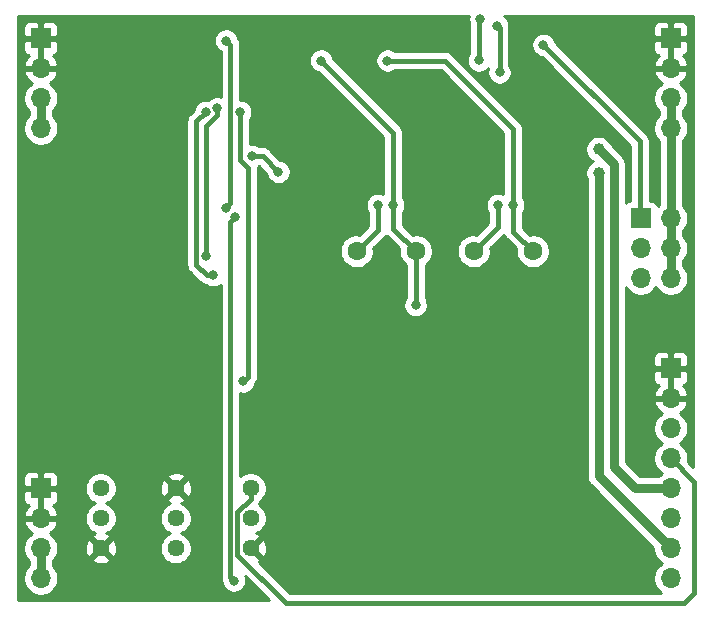
<source format=gbr>
G04 #@! TF.GenerationSoftware,KiCad,Pcbnew,5.1.6-c6e7f7d~87~ubuntu18.04.1*
G04 #@! TF.CreationDate,2020-08-18T13:39:28-04:00*
G04 #@! TF.ProjectId,2164SVF,32313634-5356-4462-9e6b-696361645f70,0*
G04 #@! TF.SameCoordinates,Original*
G04 #@! TF.FileFunction,Copper,L2,Bot*
G04 #@! TF.FilePolarity,Positive*
%FSLAX46Y46*%
G04 Gerber Fmt 4.6, Leading zero omitted, Abs format (unit mm)*
G04 Created by KiCad (PCBNEW 5.1.6-c6e7f7d~87~ubuntu18.04.1) date 2020-08-18 13:39:28*
%MOMM*%
%LPD*%
G01*
G04 APERTURE LIST*
G04 #@! TA.AperFunction,ComponentPad*
%ADD10O,1.700000X1.700000*%
G04 #@! TD*
G04 #@! TA.AperFunction,ComponentPad*
%ADD11R,1.700000X1.700000*%
G04 #@! TD*
G04 #@! TA.AperFunction,ComponentPad*
%ADD12C,1.440000*%
G04 #@! TD*
G04 #@! TA.AperFunction,ComponentPad*
%ADD13C,1.600000*%
G04 #@! TD*
G04 #@! TA.AperFunction,ViaPad*
%ADD14C,1.000000*%
G04 #@! TD*
G04 #@! TA.AperFunction,ViaPad*
%ADD15C,0.800000*%
G04 #@! TD*
G04 #@! TA.AperFunction,Conductor*
%ADD16C,0.400000*%
G04 #@! TD*
G04 #@! TA.AperFunction,Conductor*
%ADD17C,0.750000*%
G04 #@! TD*
G04 #@! TA.AperFunction,Conductor*
%ADD18C,0.254000*%
G04 #@! TD*
G04 APERTURE END LIST*
D10*
X147320000Y-88900000D03*
X144780000Y-88900000D03*
X147320000Y-86360000D03*
X144780000Y-86360000D03*
X147320000Y-83820000D03*
D11*
X144780000Y-83820000D03*
D12*
X111760000Y-106680000D03*
X111760000Y-109220000D03*
X111760000Y-111760000D03*
X105410000Y-106680000D03*
X105410000Y-109220000D03*
X105410000Y-111760000D03*
X99060000Y-106680000D03*
X99060000Y-109220000D03*
X99060000Y-111760000D03*
D10*
X147320000Y-114300000D03*
X147320000Y-111760000D03*
X147320000Y-109220000D03*
X147320000Y-106680000D03*
X147320000Y-104140000D03*
X147320000Y-101600000D03*
X147320000Y-99060000D03*
D11*
X147320000Y-96520000D03*
D10*
X147320000Y-76200000D03*
X147320000Y-73660000D03*
X147320000Y-71120000D03*
D11*
X147320000Y-68580000D03*
D10*
X93980000Y-114300000D03*
X93980000Y-111760000D03*
X93980000Y-109220000D03*
D11*
X93980000Y-106680000D03*
D10*
X93980000Y-76200000D03*
X93980000Y-73660000D03*
X93980000Y-71120000D03*
D11*
X93980000Y-68580000D03*
D13*
X130636000Y-86614000D03*
X135636000Y-86614000D03*
X120730000Y-86614000D03*
X125730000Y-86614000D03*
D14*
X141224000Y-80010000D03*
D15*
X111836200Y-78567020D03*
X114096800Y-79883000D03*
D14*
X118999000Y-75819000D03*
X102489000Y-76327000D03*
X127127000Y-75819000D03*
X137541000Y-75819000D03*
X137541000Y-81915000D03*
X127127000Y-81915000D03*
X118999000Y-81915000D03*
X115443000Y-81915000D03*
X115443000Y-75819000D03*
X99695000Y-74295000D03*
X120904000Y-102616000D03*
X123444000Y-101346000D03*
X117094000Y-109220000D03*
X120904000Y-109220000D03*
X136144000Y-114808000D03*
X136398000Y-103124000D03*
X132334000Y-103124000D03*
X139700000Y-106172000D03*
X113284000Y-94742000D03*
X107950000Y-94742000D03*
X105410000Y-83566000D03*
X144526000Y-104140000D03*
X139192000Y-101600000D03*
X139192000Y-98552000D03*
X139192000Y-95250000D03*
X139192000Y-91948000D03*
X111506000Y-100330000D03*
X107950000Y-100330000D03*
X141224000Y-77978000D03*
D15*
X109639010Y-82931000D03*
X109676599Y-68775011D03*
X132830990Y-71476185D03*
X132627357Y-67538788D03*
X133985000Y-82677000D03*
X123335000Y-70467010D03*
X123825000Y-82677000D03*
X117729000Y-70476000D03*
X125730000Y-91186000D03*
X110871000Y-74803000D03*
X111137610Y-97637600D03*
X110439200Y-83718400D03*
X110337600Y-114503200D03*
X131074775Y-70451076D03*
X131216400Y-66938777D03*
X136550400Y-69138800D03*
X122555000Y-82677000D03*
X108909597Y-74521581D03*
X107950000Y-86995000D03*
X132715000Y-82677000D03*
X107950000Y-74803000D03*
X108585000Y-88630013D03*
D16*
X111836200Y-78567020D02*
X112780820Y-78567020D01*
X112780820Y-78567020D02*
X114096800Y-79883000D01*
D17*
X141224000Y-105664000D02*
X141224000Y-80010000D01*
X147320000Y-111760000D02*
X141224000Y-105664000D01*
X144272000Y-106680000D02*
X147320000Y-106680000D01*
X142494000Y-104902000D02*
X144272000Y-106680000D01*
X141224000Y-77978000D02*
X142494000Y-79248000D01*
X142494000Y-79248000D02*
X142494000Y-104902000D01*
D16*
X110039009Y-82531001D02*
X110039009Y-69137421D01*
X110039009Y-69137421D02*
X109676599Y-68775011D01*
X109639010Y-82931000D02*
X110039009Y-82531001D01*
X132830990Y-67742421D02*
X132627357Y-67538788D01*
X132830990Y-71476185D02*
X132830990Y-67742421D01*
X133985000Y-84963000D02*
X135636000Y-86614000D01*
X133985000Y-82677000D02*
X133985000Y-84963000D01*
X133985000Y-76263500D02*
X128188510Y-70467010D01*
X133985000Y-82677000D02*
X133985000Y-76263500D01*
X128188510Y-70467010D02*
X123335000Y-70467010D01*
X123825000Y-84709000D02*
X125730000Y-86614000D01*
X123825000Y-82677000D02*
X123825000Y-84709000D01*
X123825000Y-76572000D02*
X117729000Y-70476000D01*
X123825000Y-82677000D02*
X123825000Y-76572000D01*
X125730000Y-91186000D02*
X125730000Y-86614000D01*
X110871000Y-74803000D02*
X110871000Y-78857202D01*
X110871000Y-78857202D02*
X111537609Y-79523811D01*
X111537609Y-79523811D02*
X111537609Y-97237601D01*
X111537609Y-97237601D02*
X111137610Y-97637600D01*
X110039201Y-114204801D02*
X110039988Y-114205588D01*
X110039988Y-114205588D02*
X110337600Y-114503200D01*
X110039201Y-84118399D02*
X110039201Y-114204801D01*
X110439200Y-83718400D02*
X110039201Y-84118399D01*
D17*
X93980000Y-73660000D02*
X93980000Y-76200000D01*
D16*
X131074775Y-67080402D02*
X131216400Y-66938777D01*
X131074775Y-70451076D02*
X131074775Y-67080402D01*
D17*
X93980000Y-111760000D02*
X93980000Y-114300000D01*
D16*
X149301200Y-106121200D02*
X147320000Y-104140000D01*
X149301200Y-115519200D02*
X149301200Y-106121200D01*
X111760000Y-107562398D02*
X110639999Y-108682399D01*
X111760000Y-106680000D02*
X111760000Y-107562398D01*
X110639999Y-108682399D02*
X110639999Y-112297601D01*
X110639999Y-112297601D02*
X114725198Y-116382800D01*
X114725198Y-116382800D02*
X148437600Y-116382800D01*
X148437600Y-116382800D02*
X149301200Y-115519200D01*
X144729200Y-83769200D02*
X144780000Y-83820000D01*
X136550400Y-69138800D02*
X144729200Y-77317600D01*
X144729200Y-77317600D02*
X144729200Y-83769200D01*
X122555000Y-84789000D02*
X120730000Y-86614000D01*
X122555000Y-82677000D02*
X122555000Y-84789000D01*
X108909597Y-74521581D02*
X108909597Y-75087266D01*
X108909597Y-75087266D02*
X107950000Y-76046863D01*
X107950000Y-76046863D02*
X107950000Y-86995000D01*
X132715000Y-84535000D02*
X130636000Y-86614000D01*
X132715000Y-82677000D02*
X132715000Y-84535000D01*
X107149999Y-87760697D02*
X108019315Y-88630013D01*
X107149999Y-75603001D02*
X107149999Y-87760697D01*
X108019315Y-88630013D02*
X108585000Y-88630013D01*
X107950000Y-74803000D02*
X107149999Y-75603001D01*
D17*
X147320000Y-88900000D02*
X147320000Y-86360000D01*
X147320000Y-86360000D02*
X147320000Y-83820000D01*
X147320000Y-83820000D02*
X147320000Y-76200000D01*
X147320000Y-76200000D02*
X147320000Y-73660000D01*
D18*
G36*
X130181400Y-66836838D02*
G01*
X130181400Y-67040716D01*
X130221174Y-67240675D01*
X130239776Y-67285584D01*
X130239775Y-69837791D01*
X130157570Y-69960820D01*
X130079549Y-70149178D01*
X130039775Y-70349137D01*
X130039775Y-70553015D01*
X130079549Y-70752974D01*
X130157570Y-70941332D01*
X130270838Y-71110850D01*
X130415001Y-71255013D01*
X130584519Y-71368281D01*
X130772877Y-71446302D01*
X130972836Y-71486076D01*
X131176714Y-71486076D01*
X131376673Y-71446302D01*
X131565031Y-71368281D01*
X131734549Y-71255013D01*
X131850252Y-71139310D01*
X131835764Y-71174287D01*
X131795990Y-71374246D01*
X131795990Y-71578124D01*
X131835764Y-71778083D01*
X131913785Y-71966441D01*
X132027053Y-72135959D01*
X132171216Y-72280122D01*
X132340734Y-72393390D01*
X132529092Y-72471411D01*
X132729051Y-72511185D01*
X132932929Y-72511185D01*
X133132888Y-72471411D01*
X133321246Y-72393390D01*
X133490764Y-72280122D01*
X133634927Y-72135959D01*
X133748195Y-71966441D01*
X133826216Y-71778083D01*
X133865990Y-71578124D01*
X133865990Y-71374246D01*
X133826216Y-71174287D01*
X133748195Y-70985929D01*
X133665990Y-70862900D01*
X133665990Y-67783439D01*
X133670030Y-67742421D01*
X133668807Y-67730000D01*
X145831928Y-67730000D01*
X145835000Y-68294250D01*
X145993750Y-68453000D01*
X147193000Y-68453000D01*
X147193000Y-67253750D01*
X147447000Y-67253750D01*
X147447000Y-68453000D01*
X148646250Y-68453000D01*
X148805000Y-68294250D01*
X148808072Y-67730000D01*
X148795812Y-67605518D01*
X148759502Y-67485820D01*
X148700537Y-67375506D01*
X148621185Y-67278815D01*
X148524494Y-67199463D01*
X148414180Y-67140498D01*
X148294482Y-67104188D01*
X148170000Y-67091928D01*
X147605750Y-67095000D01*
X147447000Y-67253750D01*
X147193000Y-67253750D01*
X147034250Y-67095000D01*
X146470000Y-67091928D01*
X146345518Y-67104188D01*
X146225820Y-67140498D01*
X146115506Y-67199463D01*
X146018815Y-67278815D01*
X145939463Y-67375506D01*
X145880498Y-67485820D01*
X145844188Y-67605518D01*
X145831928Y-67730000D01*
X133668807Y-67730000D01*
X133660790Y-67648605D01*
X133662357Y-67640727D01*
X133662357Y-67436849D01*
X133622583Y-67236890D01*
X133544562Y-67048532D01*
X133431294Y-66879014D01*
X133287131Y-66734851D01*
X133234973Y-66700000D01*
X149200001Y-66700000D01*
X149200000Y-104839132D01*
X148778807Y-104417939D01*
X148805000Y-104286260D01*
X148805000Y-103993740D01*
X148747932Y-103706842D01*
X148635990Y-103436589D01*
X148473475Y-103193368D01*
X148266632Y-102986525D01*
X148092240Y-102870000D01*
X148266632Y-102753475D01*
X148473475Y-102546632D01*
X148635990Y-102303411D01*
X148747932Y-102033158D01*
X148805000Y-101746260D01*
X148805000Y-101453740D01*
X148747932Y-101166842D01*
X148635990Y-100896589D01*
X148473475Y-100653368D01*
X148266632Y-100446525D01*
X148084466Y-100324805D01*
X148201355Y-100255178D01*
X148417588Y-100060269D01*
X148591641Y-99826920D01*
X148716825Y-99564099D01*
X148761476Y-99416890D01*
X148640155Y-99187000D01*
X147447000Y-99187000D01*
X147447000Y-99207000D01*
X147193000Y-99207000D01*
X147193000Y-99187000D01*
X145999845Y-99187000D01*
X145878524Y-99416890D01*
X145923175Y-99564099D01*
X146048359Y-99826920D01*
X146222412Y-100060269D01*
X146438645Y-100255178D01*
X146555534Y-100324805D01*
X146373368Y-100446525D01*
X146166525Y-100653368D01*
X146004010Y-100896589D01*
X145892068Y-101166842D01*
X145835000Y-101453740D01*
X145835000Y-101746260D01*
X145892068Y-102033158D01*
X146004010Y-102303411D01*
X146166525Y-102546632D01*
X146373368Y-102753475D01*
X146547760Y-102870000D01*
X146373368Y-102986525D01*
X146166525Y-103193368D01*
X146004010Y-103436589D01*
X145892068Y-103706842D01*
X145835000Y-103993740D01*
X145835000Y-104286260D01*
X145892068Y-104573158D01*
X146004010Y-104843411D01*
X146166525Y-105086632D01*
X146373368Y-105293475D01*
X146547760Y-105410000D01*
X146373368Y-105526525D01*
X146229893Y-105670000D01*
X144690356Y-105670000D01*
X143504000Y-104483645D01*
X143504000Y-97370000D01*
X145831928Y-97370000D01*
X145844188Y-97494482D01*
X145880498Y-97614180D01*
X145939463Y-97724494D01*
X146018815Y-97821185D01*
X146115506Y-97900537D01*
X146225820Y-97959502D01*
X146306466Y-97983966D01*
X146222412Y-98059731D01*
X146048359Y-98293080D01*
X145923175Y-98555901D01*
X145878524Y-98703110D01*
X145999845Y-98933000D01*
X147193000Y-98933000D01*
X147193000Y-96647000D01*
X147447000Y-96647000D01*
X147447000Y-98933000D01*
X148640155Y-98933000D01*
X148761476Y-98703110D01*
X148716825Y-98555901D01*
X148591641Y-98293080D01*
X148417588Y-98059731D01*
X148333534Y-97983966D01*
X148414180Y-97959502D01*
X148524494Y-97900537D01*
X148621185Y-97821185D01*
X148700537Y-97724494D01*
X148759502Y-97614180D01*
X148795812Y-97494482D01*
X148808072Y-97370000D01*
X148805000Y-96805750D01*
X148646250Y-96647000D01*
X147447000Y-96647000D01*
X147193000Y-96647000D01*
X145993750Y-96647000D01*
X145835000Y-96805750D01*
X145831928Y-97370000D01*
X143504000Y-97370000D01*
X143504000Y-95670000D01*
X145831928Y-95670000D01*
X145835000Y-96234250D01*
X145993750Y-96393000D01*
X147193000Y-96393000D01*
X147193000Y-95193750D01*
X147447000Y-95193750D01*
X147447000Y-96393000D01*
X148646250Y-96393000D01*
X148805000Y-96234250D01*
X148808072Y-95670000D01*
X148795812Y-95545518D01*
X148759502Y-95425820D01*
X148700537Y-95315506D01*
X148621185Y-95218815D01*
X148524494Y-95139463D01*
X148414180Y-95080498D01*
X148294482Y-95044188D01*
X148170000Y-95031928D01*
X147605750Y-95035000D01*
X147447000Y-95193750D01*
X147193000Y-95193750D01*
X147034250Y-95035000D01*
X146470000Y-95031928D01*
X146345518Y-95044188D01*
X146225820Y-95080498D01*
X146115506Y-95139463D01*
X146018815Y-95218815D01*
X145939463Y-95315506D01*
X145880498Y-95425820D01*
X145844188Y-95545518D01*
X145831928Y-95670000D01*
X143504000Y-95670000D01*
X143504000Y-89663260D01*
X143626525Y-89846632D01*
X143833368Y-90053475D01*
X144076589Y-90215990D01*
X144346842Y-90327932D01*
X144633740Y-90385000D01*
X144926260Y-90385000D01*
X145213158Y-90327932D01*
X145483411Y-90215990D01*
X145726632Y-90053475D01*
X145933475Y-89846632D01*
X146050000Y-89672240D01*
X146166525Y-89846632D01*
X146373368Y-90053475D01*
X146616589Y-90215990D01*
X146886842Y-90327932D01*
X147173740Y-90385000D01*
X147466260Y-90385000D01*
X147753158Y-90327932D01*
X148023411Y-90215990D01*
X148266632Y-90053475D01*
X148473475Y-89846632D01*
X148635990Y-89603411D01*
X148747932Y-89333158D01*
X148805000Y-89046260D01*
X148805000Y-88753740D01*
X148747932Y-88466842D01*
X148635990Y-88196589D01*
X148473475Y-87953368D01*
X148330000Y-87809893D01*
X148330000Y-87450107D01*
X148473475Y-87306632D01*
X148635990Y-87063411D01*
X148747932Y-86793158D01*
X148805000Y-86506260D01*
X148805000Y-86213740D01*
X148747932Y-85926842D01*
X148635990Y-85656589D01*
X148473475Y-85413368D01*
X148330000Y-85269893D01*
X148330000Y-84910107D01*
X148473475Y-84766632D01*
X148635990Y-84523411D01*
X148747932Y-84253158D01*
X148805000Y-83966260D01*
X148805000Y-83673740D01*
X148747932Y-83386842D01*
X148635990Y-83116589D01*
X148473475Y-82873368D01*
X148330000Y-82729893D01*
X148330000Y-77290107D01*
X148473475Y-77146632D01*
X148635990Y-76903411D01*
X148747932Y-76633158D01*
X148805000Y-76346260D01*
X148805000Y-76053740D01*
X148747932Y-75766842D01*
X148635990Y-75496589D01*
X148473475Y-75253368D01*
X148330000Y-75109893D01*
X148330000Y-74750107D01*
X148473475Y-74606632D01*
X148635990Y-74363411D01*
X148747932Y-74093158D01*
X148805000Y-73806260D01*
X148805000Y-73513740D01*
X148747932Y-73226842D01*
X148635990Y-72956589D01*
X148473475Y-72713368D01*
X148266632Y-72506525D01*
X148084466Y-72384805D01*
X148201355Y-72315178D01*
X148417588Y-72120269D01*
X148591641Y-71886920D01*
X148716825Y-71624099D01*
X148761476Y-71476890D01*
X148640155Y-71247000D01*
X147447000Y-71247000D01*
X147447000Y-71267000D01*
X147193000Y-71267000D01*
X147193000Y-71247000D01*
X145999845Y-71247000D01*
X145878524Y-71476890D01*
X145923175Y-71624099D01*
X146048359Y-71886920D01*
X146222412Y-72120269D01*
X146438645Y-72315178D01*
X146555534Y-72384805D01*
X146373368Y-72506525D01*
X146166525Y-72713368D01*
X146004010Y-72956589D01*
X145892068Y-73226842D01*
X145835000Y-73513740D01*
X145835000Y-73806260D01*
X145892068Y-74093158D01*
X146004010Y-74363411D01*
X146166525Y-74606632D01*
X146310001Y-74750108D01*
X146310000Y-75109893D01*
X146166525Y-75253368D01*
X146004010Y-75496589D01*
X145892068Y-75766842D01*
X145835000Y-76053740D01*
X145835000Y-76346260D01*
X145892068Y-76633158D01*
X146004010Y-76903411D01*
X146166525Y-77146632D01*
X146310001Y-77290108D01*
X146310000Y-82729893D01*
X146241513Y-82798380D01*
X146219502Y-82725820D01*
X146160537Y-82615506D01*
X146081185Y-82518815D01*
X145984494Y-82439463D01*
X145874180Y-82380498D01*
X145754482Y-82344188D01*
X145630000Y-82331928D01*
X145564200Y-82331928D01*
X145564200Y-77358618D01*
X145568240Y-77317600D01*
X145552118Y-77153911D01*
X145504372Y-76996513D01*
X145426836Y-76851454D01*
X145348639Y-76756170D01*
X145348637Y-76756168D01*
X145322491Y-76724309D01*
X145290633Y-76698164D01*
X138022468Y-69430000D01*
X145831928Y-69430000D01*
X145844188Y-69554482D01*
X145880498Y-69674180D01*
X145939463Y-69784494D01*
X146018815Y-69881185D01*
X146115506Y-69960537D01*
X146225820Y-70019502D01*
X146306466Y-70043966D01*
X146222412Y-70119731D01*
X146048359Y-70353080D01*
X145923175Y-70615901D01*
X145878524Y-70763110D01*
X145999845Y-70993000D01*
X147193000Y-70993000D01*
X147193000Y-68707000D01*
X147447000Y-68707000D01*
X147447000Y-70993000D01*
X148640155Y-70993000D01*
X148761476Y-70763110D01*
X148716825Y-70615901D01*
X148591641Y-70353080D01*
X148417588Y-70119731D01*
X148333534Y-70043966D01*
X148414180Y-70019502D01*
X148524494Y-69960537D01*
X148621185Y-69881185D01*
X148700537Y-69784494D01*
X148759502Y-69674180D01*
X148795812Y-69554482D01*
X148808072Y-69430000D01*
X148805000Y-68865750D01*
X148646250Y-68707000D01*
X147447000Y-68707000D01*
X147193000Y-68707000D01*
X145993750Y-68707000D01*
X145835000Y-68865750D01*
X145831928Y-69430000D01*
X138022468Y-69430000D01*
X137574493Y-68982026D01*
X137545626Y-68836902D01*
X137467605Y-68648544D01*
X137354337Y-68479026D01*
X137210174Y-68334863D01*
X137040656Y-68221595D01*
X136852298Y-68143574D01*
X136652339Y-68103800D01*
X136448461Y-68103800D01*
X136248502Y-68143574D01*
X136060144Y-68221595D01*
X135890626Y-68334863D01*
X135746463Y-68479026D01*
X135633195Y-68648544D01*
X135555174Y-68836902D01*
X135515400Y-69036861D01*
X135515400Y-69240739D01*
X135555174Y-69440698D01*
X135633195Y-69629056D01*
X135746463Y-69798574D01*
X135890626Y-69942737D01*
X136060144Y-70056005D01*
X136248502Y-70134026D01*
X136393626Y-70162893D01*
X143894200Y-77663469D01*
X143894201Y-82335454D01*
X143805518Y-82344188D01*
X143685820Y-82380498D01*
X143575506Y-82439463D01*
X143504000Y-82498146D01*
X143504000Y-79297604D01*
X143508886Y-79247999D01*
X143502020Y-79178288D01*
X143489385Y-79050006D01*
X143431632Y-78859620D01*
X143337847Y-78684160D01*
X143211633Y-78530367D01*
X143173094Y-78498739D01*
X142311208Y-77636853D01*
X142229824Y-77440376D01*
X142105612Y-77254480D01*
X141947520Y-77096388D01*
X141761624Y-76972176D01*
X141555067Y-76886617D01*
X141335788Y-76843000D01*
X141112212Y-76843000D01*
X140892933Y-76886617D01*
X140686376Y-76972176D01*
X140500480Y-77096388D01*
X140342388Y-77254480D01*
X140218176Y-77440376D01*
X140132617Y-77646933D01*
X140089000Y-77866212D01*
X140089000Y-78089788D01*
X140132617Y-78309067D01*
X140218176Y-78515624D01*
X140342388Y-78701520D01*
X140500480Y-78859612D01*
X140686376Y-78983824D01*
X140710943Y-78994000D01*
X140686376Y-79004176D01*
X140500480Y-79128388D01*
X140342388Y-79286480D01*
X140218176Y-79472376D01*
X140132617Y-79678933D01*
X140089000Y-79898212D01*
X140089000Y-80121788D01*
X140132617Y-80341067D01*
X140214001Y-80537545D01*
X140214000Y-105614392D01*
X140209114Y-105664000D01*
X140228615Y-105861994D01*
X140270752Y-106000900D01*
X140286368Y-106052379D01*
X140380153Y-106227840D01*
X140506367Y-106381633D01*
X140544906Y-106413261D01*
X145835000Y-111703356D01*
X145835000Y-111906260D01*
X145892068Y-112193158D01*
X146004010Y-112463411D01*
X146166525Y-112706632D01*
X146373368Y-112913475D01*
X146547760Y-113030000D01*
X146373368Y-113146525D01*
X146166525Y-113353368D01*
X146004010Y-113596589D01*
X145892068Y-113866842D01*
X145835000Y-114153740D01*
X145835000Y-114446260D01*
X145892068Y-114733158D01*
X146004010Y-115003411D01*
X146166525Y-115246632D01*
X146373368Y-115453475D01*
X146514535Y-115547800D01*
X115071067Y-115547800D01*
X112454186Y-112930920D01*
X112515955Y-112695560D01*
X111760000Y-111939605D01*
X111745858Y-111953748D01*
X111566253Y-111774143D01*
X111580395Y-111760000D01*
X111939605Y-111760000D01*
X112695560Y-112515955D01*
X112931368Y-112454068D01*
X113044266Y-112212210D01*
X113107811Y-111952973D01*
X113119561Y-111686320D01*
X113079063Y-111422499D01*
X112987875Y-111171647D01*
X112931368Y-111065932D01*
X112695560Y-111004045D01*
X111939605Y-111760000D01*
X111580395Y-111760000D01*
X111566253Y-111745858D01*
X111745858Y-111566253D01*
X111760000Y-111580395D01*
X112515955Y-110824440D01*
X112454068Y-110588632D01*
X112238993Y-110488236D01*
X112401833Y-110420785D01*
X112623762Y-110272497D01*
X112812497Y-110083762D01*
X112960785Y-109861833D01*
X113062928Y-109615239D01*
X113115000Y-109353456D01*
X113115000Y-109086544D01*
X113062928Y-108824761D01*
X112960785Y-108578167D01*
X112812497Y-108356238D01*
X112623762Y-108167503D01*
X112442818Y-108046600D01*
X112457636Y-108028544D01*
X112535172Y-107883485D01*
X112570096Y-107768355D01*
X112623762Y-107732497D01*
X112812497Y-107543762D01*
X112960785Y-107321833D01*
X113062928Y-107075239D01*
X113115000Y-106813456D01*
X113115000Y-106546544D01*
X113062928Y-106284761D01*
X112960785Y-106038167D01*
X112812497Y-105816238D01*
X112623762Y-105627503D01*
X112401833Y-105479215D01*
X112155239Y-105377072D01*
X111893456Y-105325000D01*
X111626544Y-105325000D01*
X111364761Y-105377072D01*
X111118167Y-105479215D01*
X110896238Y-105627503D01*
X110874201Y-105649540D01*
X110874201Y-98640482D01*
X111035671Y-98672600D01*
X111239549Y-98672600D01*
X111439508Y-98632826D01*
X111627866Y-98554805D01*
X111797384Y-98441537D01*
X111941547Y-98297374D01*
X112054815Y-98127856D01*
X112132836Y-97939498D01*
X112161969Y-97793034D01*
X112235245Y-97703747D01*
X112312781Y-97558688D01*
X112360527Y-97401290D01*
X112372609Y-97278620D01*
X112376649Y-97237602D01*
X112372609Y-97196583D01*
X112372609Y-79564818D01*
X112376648Y-79523810D01*
X112372609Y-79482802D01*
X112372609Y-79482792D01*
X112369892Y-79455202D01*
X112440773Y-79407841D01*
X113072708Y-80039776D01*
X113101574Y-80184898D01*
X113179595Y-80373256D01*
X113292863Y-80542774D01*
X113437026Y-80686937D01*
X113606544Y-80800205D01*
X113794902Y-80878226D01*
X113994861Y-80918000D01*
X114198739Y-80918000D01*
X114398698Y-80878226D01*
X114587056Y-80800205D01*
X114756574Y-80686937D01*
X114900737Y-80542774D01*
X115014005Y-80373256D01*
X115092026Y-80184898D01*
X115131800Y-79984939D01*
X115131800Y-79781061D01*
X115092026Y-79581102D01*
X115014005Y-79392744D01*
X114900737Y-79223226D01*
X114756574Y-79079063D01*
X114587056Y-78965795D01*
X114398698Y-78887774D01*
X114253576Y-78858908D01*
X113400266Y-78005598D01*
X113374111Y-77973729D01*
X113246966Y-77869384D01*
X113101907Y-77791848D01*
X112944509Y-77744102D01*
X112821839Y-77732020D01*
X112821838Y-77732020D01*
X112780820Y-77727980D01*
X112739802Y-77732020D01*
X112449485Y-77732020D01*
X112326456Y-77649815D01*
X112138098Y-77571794D01*
X111938139Y-77532020D01*
X111734261Y-77532020D01*
X111706000Y-77537641D01*
X111706000Y-75416285D01*
X111788205Y-75293256D01*
X111866226Y-75104898D01*
X111906000Y-74904939D01*
X111906000Y-74701061D01*
X111866226Y-74501102D01*
X111788205Y-74312744D01*
X111674937Y-74143226D01*
X111530774Y-73999063D01*
X111361256Y-73885795D01*
X111172898Y-73807774D01*
X110972939Y-73768000D01*
X110874009Y-73768000D01*
X110874009Y-70374061D01*
X116694000Y-70374061D01*
X116694000Y-70577939D01*
X116733774Y-70777898D01*
X116811795Y-70966256D01*
X116925063Y-71135774D01*
X117069226Y-71279937D01*
X117238744Y-71393205D01*
X117427102Y-71471226D01*
X117572225Y-71500093D01*
X122990001Y-76917870D01*
X122990000Y-81736907D01*
X122856898Y-81681774D01*
X122656939Y-81642000D01*
X122453061Y-81642000D01*
X122253102Y-81681774D01*
X122064744Y-81759795D01*
X121895226Y-81873063D01*
X121751063Y-82017226D01*
X121637795Y-82186744D01*
X121559774Y-82375102D01*
X121520000Y-82575061D01*
X121520000Y-82778939D01*
X121559774Y-82978898D01*
X121637795Y-83167256D01*
X121720000Y-83290285D01*
X121720001Y-84443130D01*
X120965418Y-85197714D01*
X120871335Y-85179000D01*
X120588665Y-85179000D01*
X120311426Y-85234147D01*
X120050273Y-85342320D01*
X119815241Y-85499363D01*
X119615363Y-85699241D01*
X119458320Y-85934273D01*
X119350147Y-86195426D01*
X119295000Y-86472665D01*
X119295000Y-86755335D01*
X119350147Y-87032574D01*
X119458320Y-87293727D01*
X119615363Y-87528759D01*
X119815241Y-87728637D01*
X120050273Y-87885680D01*
X120311426Y-87993853D01*
X120588665Y-88049000D01*
X120871335Y-88049000D01*
X121148574Y-87993853D01*
X121409727Y-87885680D01*
X121644759Y-87728637D01*
X121844637Y-87528759D01*
X122001680Y-87293727D01*
X122109853Y-87032574D01*
X122165000Y-86755335D01*
X122165000Y-86472665D01*
X122146286Y-86378582D01*
X123116432Y-85408437D01*
X123148291Y-85382291D01*
X123178802Y-85345114D01*
X123222828Y-85291468D01*
X123231710Y-85302291D01*
X123263574Y-85328441D01*
X124313714Y-86378583D01*
X124295000Y-86472665D01*
X124295000Y-86755335D01*
X124350147Y-87032574D01*
X124458320Y-87293727D01*
X124615363Y-87528759D01*
X124815241Y-87728637D01*
X124895001Y-87781931D01*
X124895000Y-90572715D01*
X124812795Y-90695744D01*
X124734774Y-90884102D01*
X124695000Y-91084061D01*
X124695000Y-91287939D01*
X124734774Y-91487898D01*
X124812795Y-91676256D01*
X124926063Y-91845774D01*
X125070226Y-91989937D01*
X125239744Y-92103205D01*
X125428102Y-92181226D01*
X125628061Y-92221000D01*
X125831939Y-92221000D01*
X126031898Y-92181226D01*
X126220256Y-92103205D01*
X126389774Y-91989937D01*
X126533937Y-91845774D01*
X126647205Y-91676256D01*
X126725226Y-91487898D01*
X126765000Y-91287939D01*
X126765000Y-91084061D01*
X126725226Y-90884102D01*
X126647205Y-90695744D01*
X126565000Y-90572715D01*
X126565000Y-87781930D01*
X126644759Y-87728637D01*
X126844637Y-87528759D01*
X127001680Y-87293727D01*
X127109853Y-87032574D01*
X127165000Y-86755335D01*
X127165000Y-86472665D01*
X127109853Y-86195426D01*
X127001680Y-85934273D01*
X126844637Y-85699241D01*
X126644759Y-85499363D01*
X126409727Y-85342320D01*
X126148574Y-85234147D01*
X125871335Y-85179000D01*
X125588665Y-85179000D01*
X125494583Y-85197714D01*
X124660000Y-84363133D01*
X124660000Y-83290285D01*
X124742205Y-83167256D01*
X124820226Y-82978898D01*
X124860000Y-82778939D01*
X124860000Y-82575061D01*
X124820226Y-82375102D01*
X124742205Y-82186744D01*
X124660000Y-82063715D01*
X124660000Y-76613018D01*
X124664040Y-76572000D01*
X124647918Y-76408311D01*
X124600172Y-76250913D01*
X124522636Y-76105854D01*
X124444439Y-76010570D01*
X124444437Y-76010568D01*
X124418291Y-75978709D01*
X124386432Y-75952563D01*
X118798940Y-70365071D01*
X122300000Y-70365071D01*
X122300000Y-70568949D01*
X122339774Y-70768908D01*
X122417795Y-70957266D01*
X122531063Y-71126784D01*
X122675226Y-71270947D01*
X122844744Y-71384215D01*
X123033102Y-71462236D01*
X123233061Y-71502010D01*
X123436939Y-71502010D01*
X123636898Y-71462236D01*
X123825256Y-71384215D01*
X123948285Y-71302010D01*
X127842643Y-71302010D01*
X133150001Y-76609370D01*
X133150000Y-81736907D01*
X133016898Y-81681774D01*
X132816939Y-81642000D01*
X132613061Y-81642000D01*
X132413102Y-81681774D01*
X132224744Y-81759795D01*
X132055226Y-81873063D01*
X131911063Y-82017226D01*
X131797795Y-82186744D01*
X131719774Y-82375102D01*
X131680000Y-82575061D01*
X131680000Y-82778939D01*
X131719774Y-82978898D01*
X131797795Y-83167256D01*
X131880000Y-83290285D01*
X131880001Y-84189131D01*
X130871418Y-85197715D01*
X130777335Y-85179000D01*
X130494665Y-85179000D01*
X130217426Y-85234147D01*
X129956273Y-85342320D01*
X129721241Y-85499363D01*
X129521363Y-85699241D01*
X129364320Y-85934273D01*
X129256147Y-86195426D01*
X129201000Y-86472665D01*
X129201000Y-86755335D01*
X129256147Y-87032574D01*
X129364320Y-87293727D01*
X129521363Y-87528759D01*
X129721241Y-87728637D01*
X129956273Y-87885680D01*
X130217426Y-87993853D01*
X130494665Y-88049000D01*
X130777335Y-88049000D01*
X131054574Y-87993853D01*
X131315727Y-87885680D01*
X131550759Y-87728637D01*
X131750637Y-87528759D01*
X131907680Y-87293727D01*
X132015853Y-87032574D01*
X132071000Y-86755335D01*
X132071000Y-86472665D01*
X132052285Y-86378582D01*
X133195154Y-85235714D01*
X133209828Y-85284086D01*
X133252872Y-85364615D01*
X133287365Y-85429146D01*
X133391710Y-85556291D01*
X133423574Y-85582441D01*
X134219714Y-86378582D01*
X134201000Y-86472665D01*
X134201000Y-86755335D01*
X134256147Y-87032574D01*
X134364320Y-87293727D01*
X134521363Y-87528759D01*
X134721241Y-87728637D01*
X134956273Y-87885680D01*
X135217426Y-87993853D01*
X135494665Y-88049000D01*
X135777335Y-88049000D01*
X136054574Y-87993853D01*
X136315727Y-87885680D01*
X136550759Y-87728637D01*
X136750637Y-87528759D01*
X136907680Y-87293727D01*
X137015853Y-87032574D01*
X137071000Y-86755335D01*
X137071000Y-86472665D01*
X137015853Y-86195426D01*
X136907680Y-85934273D01*
X136750637Y-85699241D01*
X136550759Y-85499363D01*
X136315727Y-85342320D01*
X136054574Y-85234147D01*
X135777335Y-85179000D01*
X135494665Y-85179000D01*
X135400582Y-85197714D01*
X134820000Y-84617133D01*
X134820000Y-83290285D01*
X134902205Y-83167256D01*
X134980226Y-82978898D01*
X135020000Y-82778939D01*
X135020000Y-82575061D01*
X134980226Y-82375102D01*
X134902205Y-82186744D01*
X134820000Y-82063715D01*
X134820000Y-76304518D01*
X134824040Y-76263500D01*
X134807918Y-76099812D01*
X134793943Y-76053740D01*
X134760172Y-75942413D01*
X134682636Y-75797354D01*
X134672417Y-75784902D01*
X134604439Y-75702070D01*
X134604437Y-75702068D01*
X134578291Y-75670209D01*
X134546432Y-75644063D01*
X128807956Y-69905589D01*
X128781801Y-69873719D01*
X128654656Y-69769374D01*
X128509597Y-69691838D01*
X128352199Y-69644092D01*
X128229529Y-69632010D01*
X128229528Y-69632010D01*
X128188510Y-69627970D01*
X128147492Y-69632010D01*
X123948285Y-69632010D01*
X123825256Y-69549805D01*
X123636898Y-69471784D01*
X123436939Y-69432010D01*
X123233061Y-69432010D01*
X123033102Y-69471784D01*
X122844744Y-69549805D01*
X122675226Y-69663073D01*
X122531063Y-69807236D01*
X122417795Y-69976754D01*
X122339774Y-70165112D01*
X122300000Y-70365071D01*
X118798940Y-70365071D01*
X118753093Y-70319225D01*
X118724226Y-70174102D01*
X118646205Y-69985744D01*
X118532937Y-69816226D01*
X118388774Y-69672063D01*
X118219256Y-69558795D01*
X118030898Y-69480774D01*
X117830939Y-69441000D01*
X117627061Y-69441000D01*
X117427102Y-69480774D01*
X117238744Y-69558795D01*
X117069226Y-69672063D01*
X116925063Y-69816226D01*
X116811795Y-69985744D01*
X116733774Y-70174102D01*
X116694000Y-70374061D01*
X110874009Y-70374061D01*
X110874009Y-69178439D01*
X110878049Y-69137420D01*
X110861927Y-68973732D01*
X110814181Y-68816334D01*
X110755740Y-68707000D01*
X110736645Y-68671275D01*
X110703115Y-68630418D01*
X110671825Y-68473113D01*
X110593804Y-68284755D01*
X110480536Y-68115237D01*
X110336373Y-67971074D01*
X110166855Y-67857806D01*
X109978497Y-67779785D01*
X109778538Y-67740011D01*
X109574660Y-67740011D01*
X109374701Y-67779785D01*
X109186343Y-67857806D01*
X109016825Y-67971074D01*
X108872662Y-68115237D01*
X108759394Y-68284755D01*
X108681373Y-68473113D01*
X108641599Y-68673072D01*
X108641599Y-68876950D01*
X108681373Y-69076909D01*
X108759394Y-69265267D01*
X108872662Y-69434785D01*
X109016825Y-69578948D01*
X109186343Y-69692216D01*
X109204010Y-69699534D01*
X109204010Y-73524866D01*
X109011536Y-73486581D01*
X108807658Y-73486581D01*
X108607699Y-73526355D01*
X108419341Y-73604376D01*
X108249823Y-73717644D01*
X108174991Y-73792476D01*
X108051939Y-73768000D01*
X107848061Y-73768000D01*
X107648102Y-73807774D01*
X107459744Y-73885795D01*
X107290226Y-73999063D01*
X107146063Y-74143226D01*
X107032795Y-74312744D01*
X106954774Y-74501102D01*
X106925907Y-74646225D01*
X106588578Y-74983555D01*
X106556708Y-75009710D01*
X106478590Y-75104898D01*
X106452363Y-75136856D01*
X106374827Y-75281915D01*
X106327081Y-75439313D01*
X106310959Y-75603001D01*
X106314999Y-75644020D01*
X106315000Y-87719668D01*
X106310959Y-87760697D01*
X106327081Y-87924385D01*
X106374827Y-88081783D01*
X106452363Y-88226842D01*
X106452364Y-88226843D01*
X106556709Y-88353988D01*
X106588573Y-88380138D01*
X107399873Y-89191439D01*
X107426024Y-89223304D01*
X107553169Y-89327649D01*
X107698228Y-89405185D01*
X107855626Y-89452931D01*
X107970577Y-89464253D01*
X108094744Y-89547218D01*
X108283102Y-89625239D01*
X108483061Y-89665013D01*
X108686939Y-89665013D01*
X108886898Y-89625239D01*
X109075256Y-89547218D01*
X109204201Y-89461060D01*
X109204202Y-114163772D01*
X109200161Y-114204801D01*
X109216283Y-114368489D01*
X109264029Y-114525887D01*
X109302600Y-114598048D01*
X109302600Y-114605139D01*
X109342374Y-114805098D01*
X109420395Y-114993456D01*
X109533663Y-115162974D01*
X109677826Y-115307137D01*
X109847344Y-115420405D01*
X110035702Y-115498426D01*
X110235661Y-115538200D01*
X110439539Y-115538200D01*
X110639498Y-115498426D01*
X110827856Y-115420405D01*
X110997374Y-115307137D01*
X111141537Y-115162974D01*
X111254805Y-114993456D01*
X111332826Y-114805098D01*
X111372600Y-114605139D01*
X111372600Y-114401261D01*
X111332826Y-114201302D01*
X111311608Y-114150078D01*
X113341529Y-116180000D01*
X92100000Y-116180000D01*
X92100000Y-111613740D01*
X92495000Y-111613740D01*
X92495000Y-111906260D01*
X92552068Y-112193158D01*
X92664010Y-112463411D01*
X92826525Y-112706632D01*
X92970000Y-112850107D01*
X92970001Y-113209892D01*
X92826525Y-113353368D01*
X92664010Y-113596589D01*
X92552068Y-113866842D01*
X92495000Y-114153740D01*
X92495000Y-114446260D01*
X92552068Y-114733158D01*
X92664010Y-115003411D01*
X92826525Y-115246632D01*
X93033368Y-115453475D01*
X93276589Y-115615990D01*
X93546842Y-115727932D01*
X93833740Y-115785000D01*
X94126260Y-115785000D01*
X94413158Y-115727932D01*
X94683411Y-115615990D01*
X94926632Y-115453475D01*
X95133475Y-115246632D01*
X95295990Y-115003411D01*
X95407932Y-114733158D01*
X95465000Y-114446260D01*
X95465000Y-114153740D01*
X95407932Y-113866842D01*
X95295990Y-113596589D01*
X95133475Y-113353368D01*
X94990000Y-113209893D01*
X94990000Y-112850107D01*
X95133475Y-112706632D01*
X95140873Y-112695560D01*
X98304045Y-112695560D01*
X98365932Y-112931368D01*
X98607790Y-113044266D01*
X98867027Y-113107811D01*
X99133680Y-113119561D01*
X99397501Y-113079063D01*
X99648353Y-112987875D01*
X99754068Y-112931368D01*
X99815955Y-112695560D01*
X99060000Y-111939605D01*
X98304045Y-112695560D01*
X95140873Y-112695560D01*
X95295990Y-112463411D01*
X95407932Y-112193158D01*
X95465000Y-111906260D01*
X95465000Y-111833680D01*
X97700439Y-111833680D01*
X97740937Y-112097501D01*
X97832125Y-112348353D01*
X97888632Y-112454068D01*
X98124440Y-112515955D01*
X98880395Y-111760000D01*
X99239605Y-111760000D01*
X99995560Y-112515955D01*
X100231368Y-112454068D01*
X100344266Y-112212210D01*
X100407811Y-111952973D01*
X100419561Y-111686320D01*
X100379063Y-111422499D01*
X100287875Y-111171647D01*
X100231368Y-111065932D01*
X99995560Y-111004045D01*
X99239605Y-111760000D01*
X98880395Y-111760000D01*
X98124440Y-111004045D01*
X97888632Y-111065932D01*
X97775734Y-111307790D01*
X97712189Y-111567027D01*
X97700439Y-111833680D01*
X95465000Y-111833680D01*
X95465000Y-111613740D01*
X95407932Y-111326842D01*
X95295990Y-111056589D01*
X95133475Y-110813368D01*
X94926632Y-110606525D01*
X94744466Y-110484805D01*
X94861355Y-110415178D01*
X95077588Y-110220269D01*
X95251641Y-109986920D01*
X95376825Y-109724099D01*
X95421476Y-109576890D01*
X95300155Y-109347000D01*
X94107000Y-109347000D01*
X94107000Y-109367000D01*
X93853000Y-109367000D01*
X93853000Y-109347000D01*
X92659845Y-109347000D01*
X92538524Y-109576890D01*
X92583175Y-109724099D01*
X92708359Y-109986920D01*
X92882412Y-110220269D01*
X93098645Y-110415178D01*
X93215534Y-110484805D01*
X93033368Y-110606525D01*
X92826525Y-110813368D01*
X92664010Y-111056589D01*
X92552068Y-111326842D01*
X92495000Y-111613740D01*
X92100000Y-111613740D01*
X92100000Y-107530000D01*
X92491928Y-107530000D01*
X92504188Y-107654482D01*
X92540498Y-107774180D01*
X92599463Y-107884494D01*
X92678815Y-107981185D01*
X92775506Y-108060537D01*
X92885820Y-108119502D01*
X92966466Y-108143966D01*
X92882412Y-108219731D01*
X92708359Y-108453080D01*
X92583175Y-108715901D01*
X92538524Y-108863110D01*
X92659845Y-109093000D01*
X93853000Y-109093000D01*
X93853000Y-106807000D01*
X94107000Y-106807000D01*
X94107000Y-109093000D01*
X95300155Y-109093000D01*
X95421476Y-108863110D01*
X95376825Y-108715901D01*
X95251641Y-108453080D01*
X95077588Y-108219731D01*
X94993534Y-108143966D01*
X95074180Y-108119502D01*
X95184494Y-108060537D01*
X95281185Y-107981185D01*
X95360537Y-107884494D01*
X95419502Y-107774180D01*
X95455812Y-107654482D01*
X95468072Y-107530000D01*
X95465000Y-106965750D01*
X95306250Y-106807000D01*
X94107000Y-106807000D01*
X93853000Y-106807000D01*
X92653750Y-106807000D01*
X92495000Y-106965750D01*
X92491928Y-107530000D01*
X92100000Y-107530000D01*
X92100000Y-105830000D01*
X92491928Y-105830000D01*
X92495000Y-106394250D01*
X92653750Y-106553000D01*
X93853000Y-106553000D01*
X93853000Y-105353750D01*
X94107000Y-105353750D01*
X94107000Y-106553000D01*
X95306250Y-106553000D01*
X95312706Y-106546544D01*
X97705000Y-106546544D01*
X97705000Y-106813456D01*
X97757072Y-107075239D01*
X97859215Y-107321833D01*
X98007503Y-107543762D01*
X98196238Y-107732497D01*
X98418167Y-107880785D01*
X98585266Y-107950000D01*
X98418167Y-108019215D01*
X98196238Y-108167503D01*
X98007503Y-108356238D01*
X97859215Y-108578167D01*
X97757072Y-108824761D01*
X97705000Y-109086544D01*
X97705000Y-109353456D01*
X97757072Y-109615239D01*
X97859215Y-109861833D01*
X98007503Y-110083762D01*
X98196238Y-110272497D01*
X98418167Y-110420785D01*
X98586324Y-110490438D01*
X98471647Y-110532125D01*
X98365932Y-110588632D01*
X98304045Y-110824440D01*
X99060000Y-111580395D01*
X99815955Y-110824440D01*
X99754068Y-110588632D01*
X99538993Y-110488236D01*
X99701833Y-110420785D01*
X99923762Y-110272497D01*
X100112497Y-110083762D01*
X100260785Y-109861833D01*
X100362928Y-109615239D01*
X100415000Y-109353456D01*
X100415000Y-109086544D01*
X104055000Y-109086544D01*
X104055000Y-109353456D01*
X104107072Y-109615239D01*
X104209215Y-109861833D01*
X104357503Y-110083762D01*
X104546238Y-110272497D01*
X104768167Y-110420785D01*
X104935266Y-110490000D01*
X104768167Y-110559215D01*
X104546238Y-110707503D01*
X104357503Y-110896238D01*
X104209215Y-111118167D01*
X104107072Y-111364761D01*
X104055000Y-111626544D01*
X104055000Y-111893456D01*
X104107072Y-112155239D01*
X104209215Y-112401833D01*
X104357503Y-112623762D01*
X104546238Y-112812497D01*
X104768167Y-112960785D01*
X105014761Y-113062928D01*
X105276544Y-113115000D01*
X105543456Y-113115000D01*
X105805239Y-113062928D01*
X106051833Y-112960785D01*
X106273762Y-112812497D01*
X106462497Y-112623762D01*
X106610785Y-112401833D01*
X106712928Y-112155239D01*
X106765000Y-111893456D01*
X106765000Y-111626544D01*
X106712928Y-111364761D01*
X106610785Y-111118167D01*
X106462497Y-110896238D01*
X106273762Y-110707503D01*
X106051833Y-110559215D01*
X105884734Y-110490000D01*
X106051833Y-110420785D01*
X106273762Y-110272497D01*
X106462497Y-110083762D01*
X106610785Y-109861833D01*
X106712928Y-109615239D01*
X106765000Y-109353456D01*
X106765000Y-109086544D01*
X106712928Y-108824761D01*
X106610785Y-108578167D01*
X106462497Y-108356238D01*
X106273762Y-108167503D01*
X106051833Y-108019215D01*
X105883676Y-107949562D01*
X105998353Y-107907875D01*
X106104068Y-107851368D01*
X106165955Y-107615560D01*
X105410000Y-106859605D01*
X104654045Y-107615560D01*
X104715932Y-107851368D01*
X104931007Y-107951764D01*
X104768167Y-108019215D01*
X104546238Y-108167503D01*
X104357503Y-108356238D01*
X104209215Y-108578167D01*
X104107072Y-108824761D01*
X104055000Y-109086544D01*
X100415000Y-109086544D01*
X100362928Y-108824761D01*
X100260785Y-108578167D01*
X100112497Y-108356238D01*
X99923762Y-108167503D01*
X99701833Y-108019215D01*
X99534734Y-107950000D01*
X99701833Y-107880785D01*
X99923762Y-107732497D01*
X100112497Y-107543762D01*
X100260785Y-107321833D01*
X100362928Y-107075239D01*
X100415000Y-106813456D01*
X100415000Y-106753680D01*
X104050439Y-106753680D01*
X104090937Y-107017501D01*
X104182125Y-107268353D01*
X104238632Y-107374068D01*
X104474440Y-107435955D01*
X105230395Y-106680000D01*
X105589605Y-106680000D01*
X106345560Y-107435955D01*
X106581368Y-107374068D01*
X106694266Y-107132210D01*
X106757811Y-106872973D01*
X106769561Y-106606320D01*
X106729063Y-106342499D01*
X106637875Y-106091647D01*
X106581368Y-105985932D01*
X106345560Y-105924045D01*
X105589605Y-106680000D01*
X105230395Y-106680000D01*
X104474440Y-105924045D01*
X104238632Y-105985932D01*
X104125734Y-106227790D01*
X104062189Y-106487027D01*
X104050439Y-106753680D01*
X100415000Y-106753680D01*
X100415000Y-106546544D01*
X100362928Y-106284761D01*
X100260785Y-106038167D01*
X100112497Y-105816238D01*
X100040699Y-105744440D01*
X104654045Y-105744440D01*
X105410000Y-106500395D01*
X106165955Y-105744440D01*
X106104068Y-105508632D01*
X105862210Y-105395734D01*
X105602973Y-105332189D01*
X105336320Y-105320439D01*
X105072499Y-105360937D01*
X104821647Y-105452125D01*
X104715932Y-105508632D01*
X104654045Y-105744440D01*
X100040699Y-105744440D01*
X99923762Y-105627503D01*
X99701833Y-105479215D01*
X99455239Y-105377072D01*
X99193456Y-105325000D01*
X98926544Y-105325000D01*
X98664761Y-105377072D01*
X98418167Y-105479215D01*
X98196238Y-105627503D01*
X98007503Y-105816238D01*
X97859215Y-106038167D01*
X97757072Y-106284761D01*
X97705000Y-106546544D01*
X95312706Y-106546544D01*
X95465000Y-106394250D01*
X95468072Y-105830000D01*
X95455812Y-105705518D01*
X95419502Y-105585820D01*
X95360537Y-105475506D01*
X95281185Y-105378815D01*
X95184494Y-105299463D01*
X95074180Y-105240498D01*
X94954482Y-105204188D01*
X94830000Y-105191928D01*
X94265750Y-105195000D01*
X94107000Y-105353750D01*
X93853000Y-105353750D01*
X93694250Y-105195000D01*
X93130000Y-105191928D01*
X93005518Y-105204188D01*
X92885820Y-105240498D01*
X92775506Y-105299463D01*
X92678815Y-105378815D01*
X92599463Y-105475506D01*
X92540498Y-105585820D01*
X92504188Y-105705518D01*
X92491928Y-105830000D01*
X92100000Y-105830000D01*
X92100000Y-73513740D01*
X92495000Y-73513740D01*
X92495000Y-73806260D01*
X92552068Y-74093158D01*
X92664010Y-74363411D01*
X92826525Y-74606632D01*
X92970000Y-74750107D01*
X92970001Y-75109892D01*
X92826525Y-75253368D01*
X92664010Y-75496589D01*
X92552068Y-75766842D01*
X92495000Y-76053740D01*
X92495000Y-76346260D01*
X92552068Y-76633158D01*
X92664010Y-76903411D01*
X92826525Y-77146632D01*
X93033368Y-77353475D01*
X93276589Y-77515990D01*
X93546842Y-77627932D01*
X93833740Y-77685000D01*
X94126260Y-77685000D01*
X94413158Y-77627932D01*
X94683411Y-77515990D01*
X94926632Y-77353475D01*
X95133475Y-77146632D01*
X95295990Y-76903411D01*
X95407932Y-76633158D01*
X95465000Y-76346260D01*
X95465000Y-76053740D01*
X95407932Y-75766842D01*
X95295990Y-75496589D01*
X95133475Y-75253368D01*
X94990000Y-75109893D01*
X94990000Y-74750107D01*
X95133475Y-74606632D01*
X95295990Y-74363411D01*
X95407932Y-74093158D01*
X95465000Y-73806260D01*
X95465000Y-73513740D01*
X95407932Y-73226842D01*
X95295990Y-72956589D01*
X95133475Y-72713368D01*
X94926632Y-72506525D01*
X94744466Y-72384805D01*
X94861355Y-72315178D01*
X95077588Y-72120269D01*
X95251641Y-71886920D01*
X95376825Y-71624099D01*
X95421476Y-71476890D01*
X95300155Y-71247000D01*
X94107000Y-71247000D01*
X94107000Y-71267000D01*
X93853000Y-71267000D01*
X93853000Y-71247000D01*
X92659845Y-71247000D01*
X92538524Y-71476890D01*
X92583175Y-71624099D01*
X92708359Y-71886920D01*
X92882412Y-72120269D01*
X93098645Y-72315178D01*
X93215534Y-72384805D01*
X93033368Y-72506525D01*
X92826525Y-72713368D01*
X92664010Y-72956589D01*
X92552068Y-73226842D01*
X92495000Y-73513740D01*
X92100000Y-73513740D01*
X92100000Y-69430000D01*
X92491928Y-69430000D01*
X92504188Y-69554482D01*
X92540498Y-69674180D01*
X92599463Y-69784494D01*
X92678815Y-69881185D01*
X92775506Y-69960537D01*
X92885820Y-70019502D01*
X92966466Y-70043966D01*
X92882412Y-70119731D01*
X92708359Y-70353080D01*
X92583175Y-70615901D01*
X92538524Y-70763110D01*
X92659845Y-70993000D01*
X93853000Y-70993000D01*
X93853000Y-68707000D01*
X94107000Y-68707000D01*
X94107000Y-70993000D01*
X95300155Y-70993000D01*
X95421476Y-70763110D01*
X95376825Y-70615901D01*
X95251641Y-70353080D01*
X95077588Y-70119731D01*
X94993534Y-70043966D01*
X95074180Y-70019502D01*
X95184494Y-69960537D01*
X95281185Y-69881185D01*
X95360537Y-69784494D01*
X95419502Y-69674180D01*
X95455812Y-69554482D01*
X95468072Y-69430000D01*
X95465000Y-68865750D01*
X95306250Y-68707000D01*
X94107000Y-68707000D01*
X93853000Y-68707000D01*
X92653750Y-68707000D01*
X92495000Y-68865750D01*
X92491928Y-69430000D01*
X92100000Y-69430000D01*
X92100000Y-67730000D01*
X92491928Y-67730000D01*
X92495000Y-68294250D01*
X92653750Y-68453000D01*
X93853000Y-68453000D01*
X93853000Y-67253750D01*
X94107000Y-67253750D01*
X94107000Y-68453000D01*
X95306250Y-68453000D01*
X95465000Y-68294250D01*
X95468072Y-67730000D01*
X95455812Y-67605518D01*
X95419502Y-67485820D01*
X95360537Y-67375506D01*
X95281185Y-67278815D01*
X95184494Y-67199463D01*
X95074180Y-67140498D01*
X94954482Y-67104188D01*
X94830000Y-67091928D01*
X94265750Y-67095000D01*
X94107000Y-67253750D01*
X93853000Y-67253750D01*
X93694250Y-67095000D01*
X93130000Y-67091928D01*
X93005518Y-67104188D01*
X92885820Y-67140498D01*
X92775506Y-67199463D01*
X92678815Y-67278815D01*
X92599463Y-67375506D01*
X92540498Y-67485820D01*
X92504188Y-67605518D01*
X92491928Y-67730000D01*
X92100000Y-67730000D01*
X92100000Y-66700000D01*
X130208619Y-66700000D01*
X130181400Y-66836838D01*
G37*
X130181400Y-66836838D02*
X130181400Y-67040716D01*
X130221174Y-67240675D01*
X130239776Y-67285584D01*
X130239775Y-69837791D01*
X130157570Y-69960820D01*
X130079549Y-70149178D01*
X130039775Y-70349137D01*
X130039775Y-70553015D01*
X130079549Y-70752974D01*
X130157570Y-70941332D01*
X130270838Y-71110850D01*
X130415001Y-71255013D01*
X130584519Y-71368281D01*
X130772877Y-71446302D01*
X130972836Y-71486076D01*
X131176714Y-71486076D01*
X131376673Y-71446302D01*
X131565031Y-71368281D01*
X131734549Y-71255013D01*
X131850252Y-71139310D01*
X131835764Y-71174287D01*
X131795990Y-71374246D01*
X131795990Y-71578124D01*
X131835764Y-71778083D01*
X131913785Y-71966441D01*
X132027053Y-72135959D01*
X132171216Y-72280122D01*
X132340734Y-72393390D01*
X132529092Y-72471411D01*
X132729051Y-72511185D01*
X132932929Y-72511185D01*
X133132888Y-72471411D01*
X133321246Y-72393390D01*
X133490764Y-72280122D01*
X133634927Y-72135959D01*
X133748195Y-71966441D01*
X133826216Y-71778083D01*
X133865990Y-71578124D01*
X133865990Y-71374246D01*
X133826216Y-71174287D01*
X133748195Y-70985929D01*
X133665990Y-70862900D01*
X133665990Y-67783439D01*
X133670030Y-67742421D01*
X133668807Y-67730000D01*
X145831928Y-67730000D01*
X145835000Y-68294250D01*
X145993750Y-68453000D01*
X147193000Y-68453000D01*
X147193000Y-67253750D01*
X147447000Y-67253750D01*
X147447000Y-68453000D01*
X148646250Y-68453000D01*
X148805000Y-68294250D01*
X148808072Y-67730000D01*
X148795812Y-67605518D01*
X148759502Y-67485820D01*
X148700537Y-67375506D01*
X148621185Y-67278815D01*
X148524494Y-67199463D01*
X148414180Y-67140498D01*
X148294482Y-67104188D01*
X148170000Y-67091928D01*
X147605750Y-67095000D01*
X147447000Y-67253750D01*
X147193000Y-67253750D01*
X147034250Y-67095000D01*
X146470000Y-67091928D01*
X146345518Y-67104188D01*
X146225820Y-67140498D01*
X146115506Y-67199463D01*
X146018815Y-67278815D01*
X145939463Y-67375506D01*
X145880498Y-67485820D01*
X145844188Y-67605518D01*
X145831928Y-67730000D01*
X133668807Y-67730000D01*
X133660790Y-67648605D01*
X133662357Y-67640727D01*
X133662357Y-67436849D01*
X133622583Y-67236890D01*
X133544562Y-67048532D01*
X133431294Y-66879014D01*
X133287131Y-66734851D01*
X133234973Y-66700000D01*
X149200001Y-66700000D01*
X149200000Y-104839132D01*
X148778807Y-104417939D01*
X148805000Y-104286260D01*
X148805000Y-103993740D01*
X148747932Y-103706842D01*
X148635990Y-103436589D01*
X148473475Y-103193368D01*
X148266632Y-102986525D01*
X148092240Y-102870000D01*
X148266632Y-102753475D01*
X148473475Y-102546632D01*
X148635990Y-102303411D01*
X148747932Y-102033158D01*
X148805000Y-101746260D01*
X148805000Y-101453740D01*
X148747932Y-101166842D01*
X148635990Y-100896589D01*
X148473475Y-100653368D01*
X148266632Y-100446525D01*
X148084466Y-100324805D01*
X148201355Y-100255178D01*
X148417588Y-100060269D01*
X148591641Y-99826920D01*
X148716825Y-99564099D01*
X148761476Y-99416890D01*
X148640155Y-99187000D01*
X147447000Y-99187000D01*
X147447000Y-99207000D01*
X147193000Y-99207000D01*
X147193000Y-99187000D01*
X145999845Y-99187000D01*
X145878524Y-99416890D01*
X145923175Y-99564099D01*
X146048359Y-99826920D01*
X146222412Y-100060269D01*
X146438645Y-100255178D01*
X146555534Y-100324805D01*
X146373368Y-100446525D01*
X146166525Y-100653368D01*
X146004010Y-100896589D01*
X145892068Y-101166842D01*
X145835000Y-101453740D01*
X145835000Y-101746260D01*
X145892068Y-102033158D01*
X146004010Y-102303411D01*
X146166525Y-102546632D01*
X146373368Y-102753475D01*
X146547760Y-102870000D01*
X146373368Y-102986525D01*
X146166525Y-103193368D01*
X146004010Y-103436589D01*
X145892068Y-103706842D01*
X145835000Y-103993740D01*
X145835000Y-104286260D01*
X145892068Y-104573158D01*
X146004010Y-104843411D01*
X146166525Y-105086632D01*
X146373368Y-105293475D01*
X146547760Y-105410000D01*
X146373368Y-105526525D01*
X146229893Y-105670000D01*
X144690356Y-105670000D01*
X143504000Y-104483645D01*
X143504000Y-97370000D01*
X145831928Y-97370000D01*
X145844188Y-97494482D01*
X145880498Y-97614180D01*
X145939463Y-97724494D01*
X146018815Y-97821185D01*
X146115506Y-97900537D01*
X146225820Y-97959502D01*
X146306466Y-97983966D01*
X146222412Y-98059731D01*
X146048359Y-98293080D01*
X145923175Y-98555901D01*
X145878524Y-98703110D01*
X145999845Y-98933000D01*
X147193000Y-98933000D01*
X147193000Y-96647000D01*
X147447000Y-96647000D01*
X147447000Y-98933000D01*
X148640155Y-98933000D01*
X148761476Y-98703110D01*
X148716825Y-98555901D01*
X148591641Y-98293080D01*
X148417588Y-98059731D01*
X148333534Y-97983966D01*
X148414180Y-97959502D01*
X148524494Y-97900537D01*
X148621185Y-97821185D01*
X148700537Y-97724494D01*
X148759502Y-97614180D01*
X148795812Y-97494482D01*
X148808072Y-97370000D01*
X148805000Y-96805750D01*
X148646250Y-96647000D01*
X147447000Y-96647000D01*
X147193000Y-96647000D01*
X145993750Y-96647000D01*
X145835000Y-96805750D01*
X145831928Y-97370000D01*
X143504000Y-97370000D01*
X143504000Y-95670000D01*
X145831928Y-95670000D01*
X145835000Y-96234250D01*
X145993750Y-96393000D01*
X147193000Y-96393000D01*
X147193000Y-95193750D01*
X147447000Y-95193750D01*
X147447000Y-96393000D01*
X148646250Y-96393000D01*
X148805000Y-96234250D01*
X148808072Y-95670000D01*
X148795812Y-95545518D01*
X148759502Y-95425820D01*
X148700537Y-95315506D01*
X148621185Y-95218815D01*
X148524494Y-95139463D01*
X148414180Y-95080498D01*
X148294482Y-95044188D01*
X148170000Y-95031928D01*
X147605750Y-95035000D01*
X147447000Y-95193750D01*
X147193000Y-95193750D01*
X147034250Y-95035000D01*
X146470000Y-95031928D01*
X146345518Y-95044188D01*
X146225820Y-95080498D01*
X146115506Y-95139463D01*
X146018815Y-95218815D01*
X145939463Y-95315506D01*
X145880498Y-95425820D01*
X145844188Y-95545518D01*
X145831928Y-95670000D01*
X143504000Y-95670000D01*
X143504000Y-89663260D01*
X143626525Y-89846632D01*
X143833368Y-90053475D01*
X144076589Y-90215990D01*
X144346842Y-90327932D01*
X144633740Y-90385000D01*
X144926260Y-90385000D01*
X145213158Y-90327932D01*
X145483411Y-90215990D01*
X145726632Y-90053475D01*
X145933475Y-89846632D01*
X146050000Y-89672240D01*
X146166525Y-89846632D01*
X146373368Y-90053475D01*
X146616589Y-90215990D01*
X146886842Y-90327932D01*
X147173740Y-90385000D01*
X147466260Y-90385000D01*
X147753158Y-90327932D01*
X148023411Y-90215990D01*
X148266632Y-90053475D01*
X148473475Y-89846632D01*
X148635990Y-89603411D01*
X148747932Y-89333158D01*
X148805000Y-89046260D01*
X148805000Y-88753740D01*
X148747932Y-88466842D01*
X148635990Y-88196589D01*
X148473475Y-87953368D01*
X148330000Y-87809893D01*
X148330000Y-87450107D01*
X148473475Y-87306632D01*
X148635990Y-87063411D01*
X148747932Y-86793158D01*
X148805000Y-86506260D01*
X148805000Y-86213740D01*
X148747932Y-85926842D01*
X148635990Y-85656589D01*
X148473475Y-85413368D01*
X148330000Y-85269893D01*
X148330000Y-84910107D01*
X148473475Y-84766632D01*
X148635990Y-84523411D01*
X148747932Y-84253158D01*
X148805000Y-83966260D01*
X148805000Y-83673740D01*
X148747932Y-83386842D01*
X148635990Y-83116589D01*
X148473475Y-82873368D01*
X148330000Y-82729893D01*
X148330000Y-77290107D01*
X148473475Y-77146632D01*
X148635990Y-76903411D01*
X148747932Y-76633158D01*
X148805000Y-76346260D01*
X148805000Y-76053740D01*
X148747932Y-75766842D01*
X148635990Y-75496589D01*
X148473475Y-75253368D01*
X148330000Y-75109893D01*
X148330000Y-74750107D01*
X148473475Y-74606632D01*
X148635990Y-74363411D01*
X148747932Y-74093158D01*
X148805000Y-73806260D01*
X148805000Y-73513740D01*
X148747932Y-73226842D01*
X148635990Y-72956589D01*
X148473475Y-72713368D01*
X148266632Y-72506525D01*
X148084466Y-72384805D01*
X148201355Y-72315178D01*
X148417588Y-72120269D01*
X148591641Y-71886920D01*
X148716825Y-71624099D01*
X148761476Y-71476890D01*
X148640155Y-71247000D01*
X147447000Y-71247000D01*
X147447000Y-71267000D01*
X147193000Y-71267000D01*
X147193000Y-71247000D01*
X145999845Y-71247000D01*
X145878524Y-71476890D01*
X145923175Y-71624099D01*
X146048359Y-71886920D01*
X146222412Y-72120269D01*
X146438645Y-72315178D01*
X146555534Y-72384805D01*
X146373368Y-72506525D01*
X146166525Y-72713368D01*
X146004010Y-72956589D01*
X145892068Y-73226842D01*
X145835000Y-73513740D01*
X145835000Y-73806260D01*
X145892068Y-74093158D01*
X146004010Y-74363411D01*
X146166525Y-74606632D01*
X146310001Y-74750108D01*
X146310000Y-75109893D01*
X146166525Y-75253368D01*
X146004010Y-75496589D01*
X145892068Y-75766842D01*
X145835000Y-76053740D01*
X145835000Y-76346260D01*
X145892068Y-76633158D01*
X146004010Y-76903411D01*
X146166525Y-77146632D01*
X146310001Y-77290108D01*
X146310000Y-82729893D01*
X146241513Y-82798380D01*
X146219502Y-82725820D01*
X146160537Y-82615506D01*
X146081185Y-82518815D01*
X145984494Y-82439463D01*
X145874180Y-82380498D01*
X145754482Y-82344188D01*
X145630000Y-82331928D01*
X145564200Y-82331928D01*
X145564200Y-77358618D01*
X145568240Y-77317600D01*
X145552118Y-77153911D01*
X145504372Y-76996513D01*
X145426836Y-76851454D01*
X145348639Y-76756170D01*
X145348637Y-76756168D01*
X145322491Y-76724309D01*
X145290633Y-76698164D01*
X138022468Y-69430000D01*
X145831928Y-69430000D01*
X145844188Y-69554482D01*
X145880498Y-69674180D01*
X145939463Y-69784494D01*
X146018815Y-69881185D01*
X146115506Y-69960537D01*
X146225820Y-70019502D01*
X146306466Y-70043966D01*
X146222412Y-70119731D01*
X146048359Y-70353080D01*
X145923175Y-70615901D01*
X145878524Y-70763110D01*
X145999845Y-70993000D01*
X147193000Y-70993000D01*
X147193000Y-68707000D01*
X147447000Y-68707000D01*
X147447000Y-70993000D01*
X148640155Y-70993000D01*
X148761476Y-70763110D01*
X148716825Y-70615901D01*
X148591641Y-70353080D01*
X148417588Y-70119731D01*
X148333534Y-70043966D01*
X148414180Y-70019502D01*
X148524494Y-69960537D01*
X148621185Y-69881185D01*
X148700537Y-69784494D01*
X148759502Y-69674180D01*
X148795812Y-69554482D01*
X148808072Y-69430000D01*
X148805000Y-68865750D01*
X148646250Y-68707000D01*
X147447000Y-68707000D01*
X147193000Y-68707000D01*
X145993750Y-68707000D01*
X145835000Y-68865750D01*
X145831928Y-69430000D01*
X138022468Y-69430000D01*
X137574493Y-68982026D01*
X137545626Y-68836902D01*
X137467605Y-68648544D01*
X137354337Y-68479026D01*
X137210174Y-68334863D01*
X137040656Y-68221595D01*
X136852298Y-68143574D01*
X136652339Y-68103800D01*
X136448461Y-68103800D01*
X136248502Y-68143574D01*
X136060144Y-68221595D01*
X135890626Y-68334863D01*
X135746463Y-68479026D01*
X135633195Y-68648544D01*
X135555174Y-68836902D01*
X135515400Y-69036861D01*
X135515400Y-69240739D01*
X135555174Y-69440698D01*
X135633195Y-69629056D01*
X135746463Y-69798574D01*
X135890626Y-69942737D01*
X136060144Y-70056005D01*
X136248502Y-70134026D01*
X136393626Y-70162893D01*
X143894200Y-77663469D01*
X143894201Y-82335454D01*
X143805518Y-82344188D01*
X143685820Y-82380498D01*
X143575506Y-82439463D01*
X143504000Y-82498146D01*
X143504000Y-79297604D01*
X143508886Y-79247999D01*
X143502020Y-79178288D01*
X143489385Y-79050006D01*
X143431632Y-78859620D01*
X143337847Y-78684160D01*
X143211633Y-78530367D01*
X143173094Y-78498739D01*
X142311208Y-77636853D01*
X142229824Y-77440376D01*
X142105612Y-77254480D01*
X141947520Y-77096388D01*
X141761624Y-76972176D01*
X141555067Y-76886617D01*
X141335788Y-76843000D01*
X141112212Y-76843000D01*
X140892933Y-76886617D01*
X140686376Y-76972176D01*
X140500480Y-77096388D01*
X140342388Y-77254480D01*
X140218176Y-77440376D01*
X140132617Y-77646933D01*
X140089000Y-77866212D01*
X140089000Y-78089788D01*
X140132617Y-78309067D01*
X140218176Y-78515624D01*
X140342388Y-78701520D01*
X140500480Y-78859612D01*
X140686376Y-78983824D01*
X140710943Y-78994000D01*
X140686376Y-79004176D01*
X140500480Y-79128388D01*
X140342388Y-79286480D01*
X140218176Y-79472376D01*
X140132617Y-79678933D01*
X140089000Y-79898212D01*
X140089000Y-80121788D01*
X140132617Y-80341067D01*
X140214001Y-80537545D01*
X140214000Y-105614392D01*
X140209114Y-105664000D01*
X140228615Y-105861994D01*
X140270752Y-106000900D01*
X140286368Y-106052379D01*
X140380153Y-106227840D01*
X140506367Y-106381633D01*
X140544906Y-106413261D01*
X145835000Y-111703356D01*
X145835000Y-111906260D01*
X145892068Y-112193158D01*
X146004010Y-112463411D01*
X146166525Y-112706632D01*
X146373368Y-112913475D01*
X146547760Y-113030000D01*
X146373368Y-113146525D01*
X146166525Y-113353368D01*
X146004010Y-113596589D01*
X145892068Y-113866842D01*
X145835000Y-114153740D01*
X145835000Y-114446260D01*
X145892068Y-114733158D01*
X146004010Y-115003411D01*
X146166525Y-115246632D01*
X146373368Y-115453475D01*
X146514535Y-115547800D01*
X115071067Y-115547800D01*
X112454186Y-112930920D01*
X112515955Y-112695560D01*
X111760000Y-111939605D01*
X111745858Y-111953748D01*
X111566253Y-111774143D01*
X111580395Y-111760000D01*
X111939605Y-111760000D01*
X112695560Y-112515955D01*
X112931368Y-112454068D01*
X113044266Y-112212210D01*
X113107811Y-111952973D01*
X113119561Y-111686320D01*
X113079063Y-111422499D01*
X112987875Y-111171647D01*
X112931368Y-111065932D01*
X112695560Y-111004045D01*
X111939605Y-111760000D01*
X111580395Y-111760000D01*
X111566253Y-111745858D01*
X111745858Y-111566253D01*
X111760000Y-111580395D01*
X112515955Y-110824440D01*
X112454068Y-110588632D01*
X112238993Y-110488236D01*
X112401833Y-110420785D01*
X112623762Y-110272497D01*
X112812497Y-110083762D01*
X112960785Y-109861833D01*
X113062928Y-109615239D01*
X113115000Y-109353456D01*
X113115000Y-109086544D01*
X113062928Y-108824761D01*
X112960785Y-108578167D01*
X112812497Y-108356238D01*
X112623762Y-108167503D01*
X112442818Y-108046600D01*
X112457636Y-108028544D01*
X112535172Y-107883485D01*
X112570096Y-107768355D01*
X112623762Y-107732497D01*
X112812497Y-107543762D01*
X112960785Y-107321833D01*
X113062928Y-107075239D01*
X113115000Y-106813456D01*
X113115000Y-106546544D01*
X113062928Y-106284761D01*
X112960785Y-106038167D01*
X112812497Y-105816238D01*
X112623762Y-105627503D01*
X112401833Y-105479215D01*
X112155239Y-105377072D01*
X111893456Y-105325000D01*
X111626544Y-105325000D01*
X111364761Y-105377072D01*
X111118167Y-105479215D01*
X110896238Y-105627503D01*
X110874201Y-105649540D01*
X110874201Y-98640482D01*
X111035671Y-98672600D01*
X111239549Y-98672600D01*
X111439508Y-98632826D01*
X111627866Y-98554805D01*
X111797384Y-98441537D01*
X111941547Y-98297374D01*
X112054815Y-98127856D01*
X112132836Y-97939498D01*
X112161969Y-97793034D01*
X112235245Y-97703747D01*
X112312781Y-97558688D01*
X112360527Y-97401290D01*
X112372609Y-97278620D01*
X112376649Y-97237602D01*
X112372609Y-97196583D01*
X112372609Y-79564818D01*
X112376648Y-79523810D01*
X112372609Y-79482802D01*
X112372609Y-79482792D01*
X112369892Y-79455202D01*
X112440773Y-79407841D01*
X113072708Y-80039776D01*
X113101574Y-80184898D01*
X113179595Y-80373256D01*
X113292863Y-80542774D01*
X113437026Y-80686937D01*
X113606544Y-80800205D01*
X113794902Y-80878226D01*
X113994861Y-80918000D01*
X114198739Y-80918000D01*
X114398698Y-80878226D01*
X114587056Y-80800205D01*
X114756574Y-80686937D01*
X114900737Y-80542774D01*
X115014005Y-80373256D01*
X115092026Y-80184898D01*
X115131800Y-79984939D01*
X115131800Y-79781061D01*
X115092026Y-79581102D01*
X115014005Y-79392744D01*
X114900737Y-79223226D01*
X114756574Y-79079063D01*
X114587056Y-78965795D01*
X114398698Y-78887774D01*
X114253576Y-78858908D01*
X113400266Y-78005598D01*
X113374111Y-77973729D01*
X113246966Y-77869384D01*
X113101907Y-77791848D01*
X112944509Y-77744102D01*
X112821839Y-77732020D01*
X112821838Y-77732020D01*
X112780820Y-77727980D01*
X112739802Y-77732020D01*
X112449485Y-77732020D01*
X112326456Y-77649815D01*
X112138098Y-77571794D01*
X111938139Y-77532020D01*
X111734261Y-77532020D01*
X111706000Y-77537641D01*
X111706000Y-75416285D01*
X111788205Y-75293256D01*
X111866226Y-75104898D01*
X111906000Y-74904939D01*
X111906000Y-74701061D01*
X111866226Y-74501102D01*
X111788205Y-74312744D01*
X111674937Y-74143226D01*
X111530774Y-73999063D01*
X111361256Y-73885795D01*
X111172898Y-73807774D01*
X110972939Y-73768000D01*
X110874009Y-73768000D01*
X110874009Y-70374061D01*
X116694000Y-70374061D01*
X116694000Y-70577939D01*
X116733774Y-70777898D01*
X116811795Y-70966256D01*
X116925063Y-71135774D01*
X117069226Y-71279937D01*
X117238744Y-71393205D01*
X117427102Y-71471226D01*
X117572225Y-71500093D01*
X122990001Y-76917870D01*
X122990000Y-81736907D01*
X122856898Y-81681774D01*
X122656939Y-81642000D01*
X122453061Y-81642000D01*
X122253102Y-81681774D01*
X122064744Y-81759795D01*
X121895226Y-81873063D01*
X121751063Y-82017226D01*
X121637795Y-82186744D01*
X121559774Y-82375102D01*
X121520000Y-82575061D01*
X121520000Y-82778939D01*
X121559774Y-82978898D01*
X121637795Y-83167256D01*
X121720000Y-83290285D01*
X121720001Y-84443130D01*
X120965418Y-85197714D01*
X120871335Y-85179000D01*
X120588665Y-85179000D01*
X120311426Y-85234147D01*
X120050273Y-85342320D01*
X119815241Y-85499363D01*
X119615363Y-85699241D01*
X119458320Y-85934273D01*
X119350147Y-86195426D01*
X119295000Y-86472665D01*
X119295000Y-86755335D01*
X119350147Y-87032574D01*
X119458320Y-87293727D01*
X119615363Y-87528759D01*
X119815241Y-87728637D01*
X120050273Y-87885680D01*
X120311426Y-87993853D01*
X120588665Y-88049000D01*
X120871335Y-88049000D01*
X121148574Y-87993853D01*
X121409727Y-87885680D01*
X121644759Y-87728637D01*
X121844637Y-87528759D01*
X122001680Y-87293727D01*
X122109853Y-87032574D01*
X122165000Y-86755335D01*
X122165000Y-86472665D01*
X122146286Y-86378582D01*
X123116432Y-85408437D01*
X123148291Y-85382291D01*
X123178802Y-85345114D01*
X123222828Y-85291468D01*
X123231710Y-85302291D01*
X123263574Y-85328441D01*
X124313714Y-86378583D01*
X124295000Y-86472665D01*
X124295000Y-86755335D01*
X124350147Y-87032574D01*
X124458320Y-87293727D01*
X124615363Y-87528759D01*
X124815241Y-87728637D01*
X124895001Y-87781931D01*
X124895000Y-90572715D01*
X124812795Y-90695744D01*
X124734774Y-90884102D01*
X124695000Y-91084061D01*
X124695000Y-91287939D01*
X124734774Y-91487898D01*
X124812795Y-91676256D01*
X124926063Y-91845774D01*
X125070226Y-91989937D01*
X125239744Y-92103205D01*
X125428102Y-92181226D01*
X125628061Y-92221000D01*
X125831939Y-92221000D01*
X126031898Y-92181226D01*
X126220256Y-92103205D01*
X126389774Y-91989937D01*
X126533937Y-91845774D01*
X126647205Y-91676256D01*
X126725226Y-91487898D01*
X126765000Y-91287939D01*
X126765000Y-91084061D01*
X126725226Y-90884102D01*
X126647205Y-90695744D01*
X126565000Y-90572715D01*
X126565000Y-87781930D01*
X126644759Y-87728637D01*
X126844637Y-87528759D01*
X127001680Y-87293727D01*
X127109853Y-87032574D01*
X127165000Y-86755335D01*
X127165000Y-86472665D01*
X127109853Y-86195426D01*
X127001680Y-85934273D01*
X126844637Y-85699241D01*
X126644759Y-85499363D01*
X126409727Y-85342320D01*
X126148574Y-85234147D01*
X125871335Y-85179000D01*
X125588665Y-85179000D01*
X125494583Y-85197714D01*
X124660000Y-84363133D01*
X124660000Y-83290285D01*
X124742205Y-83167256D01*
X124820226Y-82978898D01*
X124860000Y-82778939D01*
X124860000Y-82575061D01*
X124820226Y-82375102D01*
X124742205Y-82186744D01*
X124660000Y-82063715D01*
X124660000Y-76613018D01*
X124664040Y-76572000D01*
X124647918Y-76408311D01*
X124600172Y-76250913D01*
X124522636Y-76105854D01*
X124444439Y-76010570D01*
X124444437Y-76010568D01*
X124418291Y-75978709D01*
X124386432Y-75952563D01*
X118798940Y-70365071D01*
X122300000Y-70365071D01*
X122300000Y-70568949D01*
X122339774Y-70768908D01*
X122417795Y-70957266D01*
X122531063Y-71126784D01*
X122675226Y-71270947D01*
X122844744Y-71384215D01*
X123033102Y-71462236D01*
X123233061Y-71502010D01*
X123436939Y-71502010D01*
X123636898Y-71462236D01*
X123825256Y-71384215D01*
X123948285Y-71302010D01*
X127842643Y-71302010D01*
X133150001Y-76609370D01*
X133150000Y-81736907D01*
X133016898Y-81681774D01*
X132816939Y-81642000D01*
X132613061Y-81642000D01*
X132413102Y-81681774D01*
X132224744Y-81759795D01*
X132055226Y-81873063D01*
X131911063Y-82017226D01*
X131797795Y-82186744D01*
X131719774Y-82375102D01*
X131680000Y-82575061D01*
X131680000Y-82778939D01*
X131719774Y-82978898D01*
X131797795Y-83167256D01*
X131880000Y-83290285D01*
X131880001Y-84189131D01*
X130871418Y-85197715D01*
X130777335Y-85179000D01*
X130494665Y-85179000D01*
X130217426Y-85234147D01*
X129956273Y-85342320D01*
X129721241Y-85499363D01*
X129521363Y-85699241D01*
X129364320Y-85934273D01*
X129256147Y-86195426D01*
X129201000Y-86472665D01*
X129201000Y-86755335D01*
X129256147Y-87032574D01*
X129364320Y-87293727D01*
X129521363Y-87528759D01*
X129721241Y-87728637D01*
X129956273Y-87885680D01*
X130217426Y-87993853D01*
X130494665Y-88049000D01*
X130777335Y-88049000D01*
X131054574Y-87993853D01*
X131315727Y-87885680D01*
X131550759Y-87728637D01*
X131750637Y-87528759D01*
X131907680Y-87293727D01*
X132015853Y-87032574D01*
X132071000Y-86755335D01*
X132071000Y-86472665D01*
X132052285Y-86378582D01*
X133195154Y-85235714D01*
X133209828Y-85284086D01*
X133252872Y-85364615D01*
X133287365Y-85429146D01*
X133391710Y-85556291D01*
X133423574Y-85582441D01*
X134219714Y-86378582D01*
X134201000Y-86472665D01*
X134201000Y-86755335D01*
X134256147Y-87032574D01*
X134364320Y-87293727D01*
X134521363Y-87528759D01*
X134721241Y-87728637D01*
X134956273Y-87885680D01*
X135217426Y-87993853D01*
X135494665Y-88049000D01*
X135777335Y-88049000D01*
X136054574Y-87993853D01*
X136315727Y-87885680D01*
X136550759Y-87728637D01*
X136750637Y-87528759D01*
X136907680Y-87293727D01*
X137015853Y-87032574D01*
X137071000Y-86755335D01*
X137071000Y-86472665D01*
X137015853Y-86195426D01*
X136907680Y-85934273D01*
X136750637Y-85699241D01*
X136550759Y-85499363D01*
X136315727Y-85342320D01*
X136054574Y-85234147D01*
X135777335Y-85179000D01*
X135494665Y-85179000D01*
X135400582Y-85197714D01*
X134820000Y-84617133D01*
X134820000Y-83290285D01*
X134902205Y-83167256D01*
X134980226Y-82978898D01*
X135020000Y-82778939D01*
X135020000Y-82575061D01*
X134980226Y-82375102D01*
X134902205Y-82186744D01*
X134820000Y-82063715D01*
X134820000Y-76304518D01*
X134824040Y-76263500D01*
X134807918Y-76099812D01*
X134793943Y-76053740D01*
X134760172Y-75942413D01*
X134682636Y-75797354D01*
X134672417Y-75784902D01*
X134604439Y-75702070D01*
X134604437Y-75702068D01*
X134578291Y-75670209D01*
X134546432Y-75644063D01*
X128807956Y-69905589D01*
X128781801Y-69873719D01*
X128654656Y-69769374D01*
X128509597Y-69691838D01*
X128352199Y-69644092D01*
X128229529Y-69632010D01*
X128229528Y-69632010D01*
X128188510Y-69627970D01*
X128147492Y-69632010D01*
X123948285Y-69632010D01*
X123825256Y-69549805D01*
X123636898Y-69471784D01*
X123436939Y-69432010D01*
X123233061Y-69432010D01*
X123033102Y-69471784D01*
X122844744Y-69549805D01*
X122675226Y-69663073D01*
X122531063Y-69807236D01*
X122417795Y-69976754D01*
X122339774Y-70165112D01*
X122300000Y-70365071D01*
X118798940Y-70365071D01*
X118753093Y-70319225D01*
X118724226Y-70174102D01*
X118646205Y-69985744D01*
X118532937Y-69816226D01*
X118388774Y-69672063D01*
X118219256Y-69558795D01*
X118030898Y-69480774D01*
X117830939Y-69441000D01*
X117627061Y-69441000D01*
X117427102Y-69480774D01*
X117238744Y-69558795D01*
X117069226Y-69672063D01*
X116925063Y-69816226D01*
X116811795Y-69985744D01*
X116733774Y-70174102D01*
X116694000Y-70374061D01*
X110874009Y-70374061D01*
X110874009Y-69178439D01*
X110878049Y-69137420D01*
X110861927Y-68973732D01*
X110814181Y-68816334D01*
X110755740Y-68707000D01*
X110736645Y-68671275D01*
X110703115Y-68630418D01*
X110671825Y-68473113D01*
X110593804Y-68284755D01*
X110480536Y-68115237D01*
X110336373Y-67971074D01*
X110166855Y-67857806D01*
X109978497Y-67779785D01*
X109778538Y-67740011D01*
X109574660Y-67740011D01*
X109374701Y-67779785D01*
X109186343Y-67857806D01*
X109016825Y-67971074D01*
X108872662Y-68115237D01*
X108759394Y-68284755D01*
X108681373Y-68473113D01*
X108641599Y-68673072D01*
X108641599Y-68876950D01*
X108681373Y-69076909D01*
X108759394Y-69265267D01*
X108872662Y-69434785D01*
X109016825Y-69578948D01*
X109186343Y-69692216D01*
X109204010Y-69699534D01*
X109204010Y-73524866D01*
X109011536Y-73486581D01*
X108807658Y-73486581D01*
X108607699Y-73526355D01*
X108419341Y-73604376D01*
X108249823Y-73717644D01*
X108174991Y-73792476D01*
X108051939Y-73768000D01*
X107848061Y-73768000D01*
X107648102Y-73807774D01*
X107459744Y-73885795D01*
X107290226Y-73999063D01*
X107146063Y-74143226D01*
X107032795Y-74312744D01*
X106954774Y-74501102D01*
X106925907Y-74646225D01*
X106588578Y-74983555D01*
X106556708Y-75009710D01*
X106478590Y-75104898D01*
X106452363Y-75136856D01*
X106374827Y-75281915D01*
X106327081Y-75439313D01*
X106310959Y-75603001D01*
X106314999Y-75644020D01*
X106315000Y-87719668D01*
X106310959Y-87760697D01*
X106327081Y-87924385D01*
X106374827Y-88081783D01*
X106452363Y-88226842D01*
X106452364Y-88226843D01*
X106556709Y-88353988D01*
X106588573Y-88380138D01*
X107399873Y-89191439D01*
X107426024Y-89223304D01*
X107553169Y-89327649D01*
X107698228Y-89405185D01*
X107855626Y-89452931D01*
X107970577Y-89464253D01*
X108094744Y-89547218D01*
X108283102Y-89625239D01*
X108483061Y-89665013D01*
X108686939Y-89665013D01*
X108886898Y-89625239D01*
X109075256Y-89547218D01*
X109204201Y-89461060D01*
X109204202Y-114163772D01*
X109200161Y-114204801D01*
X109216283Y-114368489D01*
X109264029Y-114525887D01*
X109302600Y-114598048D01*
X109302600Y-114605139D01*
X109342374Y-114805098D01*
X109420395Y-114993456D01*
X109533663Y-115162974D01*
X109677826Y-115307137D01*
X109847344Y-115420405D01*
X110035702Y-115498426D01*
X110235661Y-115538200D01*
X110439539Y-115538200D01*
X110639498Y-115498426D01*
X110827856Y-115420405D01*
X110997374Y-115307137D01*
X111141537Y-115162974D01*
X111254805Y-114993456D01*
X111332826Y-114805098D01*
X111372600Y-114605139D01*
X111372600Y-114401261D01*
X111332826Y-114201302D01*
X111311608Y-114150078D01*
X113341529Y-116180000D01*
X92100000Y-116180000D01*
X92100000Y-111613740D01*
X92495000Y-111613740D01*
X92495000Y-111906260D01*
X92552068Y-112193158D01*
X92664010Y-112463411D01*
X92826525Y-112706632D01*
X92970000Y-112850107D01*
X92970001Y-113209892D01*
X92826525Y-113353368D01*
X92664010Y-113596589D01*
X92552068Y-113866842D01*
X92495000Y-114153740D01*
X92495000Y-114446260D01*
X92552068Y-114733158D01*
X92664010Y-115003411D01*
X92826525Y-115246632D01*
X93033368Y-115453475D01*
X93276589Y-115615990D01*
X93546842Y-115727932D01*
X93833740Y-115785000D01*
X94126260Y-115785000D01*
X94413158Y-115727932D01*
X94683411Y-115615990D01*
X94926632Y-115453475D01*
X95133475Y-115246632D01*
X95295990Y-115003411D01*
X95407932Y-114733158D01*
X95465000Y-114446260D01*
X95465000Y-114153740D01*
X95407932Y-113866842D01*
X95295990Y-113596589D01*
X95133475Y-113353368D01*
X94990000Y-113209893D01*
X94990000Y-112850107D01*
X95133475Y-112706632D01*
X95140873Y-112695560D01*
X98304045Y-112695560D01*
X98365932Y-112931368D01*
X98607790Y-113044266D01*
X98867027Y-113107811D01*
X99133680Y-113119561D01*
X99397501Y-113079063D01*
X99648353Y-112987875D01*
X99754068Y-112931368D01*
X99815955Y-112695560D01*
X99060000Y-111939605D01*
X98304045Y-112695560D01*
X95140873Y-112695560D01*
X95295990Y-112463411D01*
X95407932Y-112193158D01*
X95465000Y-111906260D01*
X95465000Y-111833680D01*
X97700439Y-111833680D01*
X97740937Y-112097501D01*
X97832125Y-112348353D01*
X97888632Y-112454068D01*
X98124440Y-112515955D01*
X98880395Y-111760000D01*
X99239605Y-111760000D01*
X99995560Y-112515955D01*
X100231368Y-112454068D01*
X100344266Y-112212210D01*
X100407811Y-111952973D01*
X100419561Y-111686320D01*
X100379063Y-111422499D01*
X100287875Y-111171647D01*
X100231368Y-111065932D01*
X99995560Y-111004045D01*
X99239605Y-111760000D01*
X98880395Y-111760000D01*
X98124440Y-111004045D01*
X97888632Y-111065932D01*
X97775734Y-111307790D01*
X97712189Y-111567027D01*
X97700439Y-111833680D01*
X95465000Y-111833680D01*
X95465000Y-111613740D01*
X95407932Y-111326842D01*
X95295990Y-111056589D01*
X95133475Y-110813368D01*
X94926632Y-110606525D01*
X94744466Y-110484805D01*
X94861355Y-110415178D01*
X95077588Y-110220269D01*
X95251641Y-109986920D01*
X95376825Y-109724099D01*
X95421476Y-109576890D01*
X95300155Y-109347000D01*
X94107000Y-109347000D01*
X94107000Y-109367000D01*
X93853000Y-109367000D01*
X93853000Y-109347000D01*
X92659845Y-109347000D01*
X92538524Y-109576890D01*
X92583175Y-109724099D01*
X92708359Y-109986920D01*
X92882412Y-110220269D01*
X93098645Y-110415178D01*
X93215534Y-110484805D01*
X93033368Y-110606525D01*
X92826525Y-110813368D01*
X92664010Y-111056589D01*
X92552068Y-111326842D01*
X92495000Y-111613740D01*
X92100000Y-111613740D01*
X92100000Y-107530000D01*
X92491928Y-107530000D01*
X92504188Y-107654482D01*
X92540498Y-107774180D01*
X92599463Y-107884494D01*
X92678815Y-107981185D01*
X92775506Y-108060537D01*
X92885820Y-108119502D01*
X92966466Y-108143966D01*
X92882412Y-108219731D01*
X92708359Y-108453080D01*
X92583175Y-108715901D01*
X92538524Y-108863110D01*
X92659845Y-109093000D01*
X93853000Y-109093000D01*
X93853000Y-106807000D01*
X94107000Y-106807000D01*
X94107000Y-109093000D01*
X95300155Y-109093000D01*
X95421476Y-108863110D01*
X95376825Y-108715901D01*
X95251641Y-108453080D01*
X95077588Y-108219731D01*
X94993534Y-108143966D01*
X95074180Y-108119502D01*
X95184494Y-108060537D01*
X95281185Y-107981185D01*
X95360537Y-107884494D01*
X95419502Y-107774180D01*
X95455812Y-107654482D01*
X95468072Y-107530000D01*
X95465000Y-106965750D01*
X95306250Y-106807000D01*
X94107000Y-106807000D01*
X93853000Y-106807000D01*
X92653750Y-106807000D01*
X92495000Y-106965750D01*
X92491928Y-107530000D01*
X92100000Y-107530000D01*
X92100000Y-105830000D01*
X92491928Y-105830000D01*
X92495000Y-106394250D01*
X92653750Y-106553000D01*
X93853000Y-106553000D01*
X93853000Y-105353750D01*
X94107000Y-105353750D01*
X94107000Y-106553000D01*
X95306250Y-106553000D01*
X95312706Y-106546544D01*
X97705000Y-106546544D01*
X97705000Y-106813456D01*
X97757072Y-107075239D01*
X97859215Y-107321833D01*
X98007503Y-107543762D01*
X98196238Y-107732497D01*
X98418167Y-107880785D01*
X98585266Y-107950000D01*
X98418167Y-108019215D01*
X98196238Y-108167503D01*
X98007503Y-108356238D01*
X97859215Y-108578167D01*
X97757072Y-108824761D01*
X97705000Y-109086544D01*
X97705000Y-109353456D01*
X97757072Y-109615239D01*
X97859215Y-109861833D01*
X98007503Y-110083762D01*
X98196238Y-110272497D01*
X98418167Y-110420785D01*
X98586324Y-110490438D01*
X98471647Y-110532125D01*
X98365932Y-110588632D01*
X98304045Y-110824440D01*
X99060000Y-111580395D01*
X99815955Y-110824440D01*
X99754068Y-110588632D01*
X99538993Y-110488236D01*
X99701833Y-110420785D01*
X99923762Y-110272497D01*
X100112497Y-110083762D01*
X100260785Y-109861833D01*
X100362928Y-109615239D01*
X100415000Y-109353456D01*
X100415000Y-109086544D01*
X104055000Y-109086544D01*
X104055000Y-109353456D01*
X104107072Y-109615239D01*
X104209215Y-109861833D01*
X104357503Y-110083762D01*
X104546238Y-110272497D01*
X104768167Y-110420785D01*
X104935266Y-110490000D01*
X104768167Y-110559215D01*
X104546238Y-110707503D01*
X104357503Y-110896238D01*
X104209215Y-111118167D01*
X104107072Y-111364761D01*
X104055000Y-111626544D01*
X104055000Y-111893456D01*
X104107072Y-112155239D01*
X104209215Y-112401833D01*
X104357503Y-112623762D01*
X104546238Y-112812497D01*
X104768167Y-112960785D01*
X105014761Y-113062928D01*
X105276544Y-113115000D01*
X105543456Y-113115000D01*
X105805239Y-113062928D01*
X106051833Y-112960785D01*
X106273762Y-112812497D01*
X106462497Y-112623762D01*
X106610785Y-112401833D01*
X106712928Y-112155239D01*
X106765000Y-111893456D01*
X106765000Y-111626544D01*
X106712928Y-111364761D01*
X106610785Y-111118167D01*
X106462497Y-110896238D01*
X106273762Y-110707503D01*
X106051833Y-110559215D01*
X105884734Y-110490000D01*
X106051833Y-110420785D01*
X106273762Y-110272497D01*
X106462497Y-110083762D01*
X106610785Y-109861833D01*
X106712928Y-109615239D01*
X106765000Y-109353456D01*
X106765000Y-109086544D01*
X106712928Y-108824761D01*
X106610785Y-108578167D01*
X106462497Y-108356238D01*
X106273762Y-108167503D01*
X106051833Y-108019215D01*
X105883676Y-107949562D01*
X105998353Y-107907875D01*
X106104068Y-107851368D01*
X106165955Y-107615560D01*
X105410000Y-106859605D01*
X104654045Y-107615560D01*
X104715932Y-107851368D01*
X104931007Y-107951764D01*
X104768167Y-108019215D01*
X104546238Y-108167503D01*
X104357503Y-108356238D01*
X104209215Y-108578167D01*
X104107072Y-108824761D01*
X104055000Y-109086544D01*
X100415000Y-109086544D01*
X100362928Y-108824761D01*
X100260785Y-108578167D01*
X100112497Y-108356238D01*
X99923762Y-108167503D01*
X99701833Y-108019215D01*
X99534734Y-107950000D01*
X99701833Y-107880785D01*
X99923762Y-107732497D01*
X100112497Y-107543762D01*
X100260785Y-107321833D01*
X100362928Y-107075239D01*
X100415000Y-106813456D01*
X100415000Y-106753680D01*
X104050439Y-106753680D01*
X104090937Y-107017501D01*
X104182125Y-107268353D01*
X104238632Y-107374068D01*
X104474440Y-107435955D01*
X105230395Y-106680000D01*
X105589605Y-106680000D01*
X106345560Y-107435955D01*
X106581368Y-107374068D01*
X106694266Y-107132210D01*
X106757811Y-106872973D01*
X106769561Y-106606320D01*
X106729063Y-106342499D01*
X106637875Y-106091647D01*
X106581368Y-105985932D01*
X106345560Y-105924045D01*
X105589605Y-106680000D01*
X105230395Y-106680000D01*
X104474440Y-105924045D01*
X104238632Y-105985932D01*
X104125734Y-106227790D01*
X104062189Y-106487027D01*
X104050439Y-106753680D01*
X100415000Y-106753680D01*
X100415000Y-106546544D01*
X100362928Y-106284761D01*
X100260785Y-106038167D01*
X100112497Y-105816238D01*
X100040699Y-105744440D01*
X104654045Y-105744440D01*
X105410000Y-106500395D01*
X106165955Y-105744440D01*
X106104068Y-105508632D01*
X105862210Y-105395734D01*
X105602973Y-105332189D01*
X105336320Y-105320439D01*
X105072499Y-105360937D01*
X104821647Y-105452125D01*
X104715932Y-105508632D01*
X104654045Y-105744440D01*
X100040699Y-105744440D01*
X99923762Y-105627503D01*
X99701833Y-105479215D01*
X99455239Y-105377072D01*
X99193456Y-105325000D01*
X98926544Y-105325000D01*
X98664761Y-105377072D01*
X98418167Y-105479215D01*
X98196238Y-105627503D01*
X98007503Y-105816238D01*
X97859215Y-106038167D01*
X97757072Y-106284761D01*
X97705000Y-106546544D01*
X95312706Y-106546544D01*
X95465000Y-106394250D01*
X95468072Y-105830000D01*
X95455812Y-105705518D01*
X95419502Y-105585820D01*
X95360537Y-105475506D01*
X95281185Y-105378815D01*
X95184494Y-105299463D01*
X95074180Y-105240498D01*
X94954482Y-105204188D01*
X94830000Y-105191928D01*
X94265750Y-105195000D01*
X94107000Y-105353750D01*
X93853000Y-105353750D01*
X93694250Y-105195000D01*
X93130000Y-105191928D01*
X93005518Y-105204188D01*
X92885820Y-105240498D01*
X92775506Y-105299463D01*
X92678815Y-105378815D01*
X92599463Y-105475506D01*
X92540498Y-105585820D01*
X92504188Y-105705518D01*
X92491928Y-105830000D01*
X92100000Y-105830000D01*
X92100000Y-73513740D01*
X92495000Y-73513740D01*
X92495000Y-73806260D01*
X92552068Y-74093158D01*
X92664010Y-74363411D01*
X92826525Y-74606632D01*
X92970000Y-74750107D01*
X92970001Y-75109892D01*
X92826525Y-75253368D01*
X92664010Y-75496589D01*
X92552068Y-75766842D01*
X92495000Y-76053740D01*
X92495000Y-76346260D01*
X92552068Y-76633158D01*
X92664010Y-76903411D01*
X92826525Y-77146632D01*
X93033368Y-77353475D01*
X93276589Y-77515990D01*
X93546842Y-77627932D01*
X93833740Y-77685000D01*
X94126260Y-77685000D01*
X94413158Y-77627932D01*
X94683411Y-77515990D01*
X94926632Y-77353475D01*
X95133475Y-77146632D01*
X95295990Y-76903411D01*
X95407932Y-76633158D01*
X95465000Y-76346260D01*
X95465000Y-76053740D01*
X95407932Y-75766842D01*
X95295990Y-75496589D01*
X95133475Y-75253368D01*
X94990000Y-75109893D01*
X94990000Y-74750107D01*
X95133475Y-74606632D01*
X95295990Y-74363411D01*
X95407932Y-74093158D01*
X95465000Y-73806260D01*
X95465000Y-73513740D01*
X95407932Y-73226842D01*
X95295990Y-72956589D01*
X95133475Y-72713368D01*
X94926632Y-72506525D01*
X94744466Y-72384805D01*
X94861355Y-72315178D01*
X95077588Y-72120269D01*
X95251641Y-71886920D01*
X95376825Y-71624099D01*
X95421476Y-71476890D01*
X95300155Y-71247000D01*
X94107000Y-71247000D01*
X94107000Y-71267000D01*
X93853000Y-71267000D01*
X93853000Y-71247000D01*
X92659845Y-71247000D01*
X92538524Y-71476890D01*
X92583175Y-71624099D01*
X92708359Y-71886920D01*
X92882412Y-72120269D01*
X93098645Y-72315178D01*
X93215534Y-72384805D01*
X93033368Y-72506525D01*
X92826525Y-72713368D01*
X92664010Y-72956589D01*
X92552068Y-73226842D01*
X92495000Y-73513740D01*
X92100000Y-73513740D01*
X92100000Y-69430000D01*
X92491928Y-69430000D01*
X92504188Y-69554482D01*
X92540498Y-69674180D01*
X92599463Y-69784494D01*
X92678815Y-69881185D01*
X92775506Y-69960537D01*
X92885820Y-70019502D01*
X92966466Y-70043966D01*
X92882412Y-70119731D01*
X92708359Y-70353080D01*
X92583175Y-70615901D01*
X92538524Y-70763110D01*
X92659845Y-70993000D01*
X93853000Y-70993000D01*
X93853000Y-68707000D01*
X94107000Y-68707000D01*
X94107000Y-70993000D01*
X95300155Y-70993000D01*
X95421476Y-70763110D01*
X95376825Y-70615901D01*
X95251641Y-70353080D01*
X95077588Y-70119731D01*
X94993534Y-70043966D01*
X95074180Y-70019502D01*
X95184494Y-69960537D01*
X95281185Y-69881185D01*
X95360537Y-69784494D01*
X95419502Y-69674180D01*
X95455812Y-69554482D01*
X95468072Y-69430000D01*
X95465000Y-68865750D01*
X95306250Y-68707000D01*
X94107000Y-68707000D01*
X93853000Y-68707000D01*
X92653750Y-68707000D01*
X92495000Y-68865750D01*
X92491928Y-69430000D01*
X92100000Y-69430000D01*
X92100000Y-67730000D01*
X92491928Y-67730000D01*
X92495000Y-68294250D01*
X92653750Y-68453000D01*
X93853000Y-68453000D01*
X93853000Y-67253750D01*
X94107000Y-67253750D01*
X94107000Y-68453000D01*
X95306250Y-68453000D01*
X95465000Y-68294250D01*
X95468072Y-67730000D01*
X95455812Y-67605518D01*
X95419502Y-67485820D01*
X95360537Y-67375506D01*
X95281185Y-67278815D01*
X95184494Y-67199463D01*
X95074180Y-67140498D01*
X94954482Y-67104188D01*
X94830000Y-67091928D01*
X94265750Y-67095000D01*
X94107000Y-67253750D01*
X93853000Y-67253750D01*
X93694250Y-67095000D01*
X93130000Y-67091928D01*
X93005518Y-67104188D01*
X92885820Y-67140498D01*
X92775506Y-67199463D01*
X92678815Y-67278815D01*
X92599463Y-67375506D01*
X92540498Y-67485820D01*
X92504188Y-67605518D01*
X92491928Y-67730000D01*
X92100000Y-67730000D01*
X92100000Y-66700000D01*
X130208619Y-66700000D01*
X130181400Y-66836838D01*
M02*

</source>
